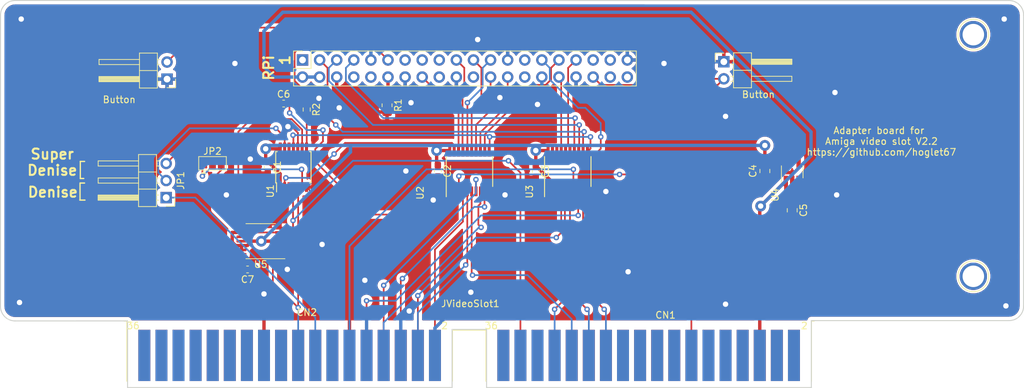
<source format=kicad_pcb>
(kicad_pcb (version 20171130) (host pcbnew 5.1.9-73d0e3b20d~88~ubuntu20.10.1)
  (layers (0 F.Cu signal) (31 B.Cu signal) (34 B.Paste user) (35 F.Paste user) (36 B.SilkS user) (37 F.SilkS user) (38 B.Mask user) (39 F.Mask user) (44 Edge.Cuts user))
  (net 0 "")
  (net 1 GND)
  (net 2 +3V3)
  (net 3 /B0)
  (net 4 /R3)
  (net 5 /R2)
  (net 6 /R1)
  (net 7 /R0)
  (net 8 +5V)
  (net 9 /CDAC)
  (net 10 /CSYNC)
  (net 11 /G3)
  (net 12 /G2)
  (net 13 /G1)
  (net 14 /G0)
  (net 15 /B3)
  (net 16 /B2)
  (net 17 /B1)
  (net 18 "Net-(JRaspberryPiZero1-Pad1)")
  (net 19 /PiCLK)
  (net 20 /PiCSYNC)
  (net 21 /PiR3)
  (net 22 /PiR2)
  (net 23 /PiR1)
  (net 24 "Net-(JRaspberryPiZero1-Pad13)")
  (net 25 /PiR0)
  (net 26 "Net-(JRaspberryPiZero1-Pad17)")
  (net 27 /PiG3)
  (net 28 /PiG2)
  (net 29 /PiG1)
  (net 30 /PiG0)
  (net 31 /PiB3)
  (net 32 /PiB2)
  (net 33 /PiB1)
  (net 34 /PiB0)
  (net 35 "Net-(U4-Pad4)")
  (net 36 "Net-(JRaspberryPiZero1-Pad8)")
  (net 37 "Net-(JRaspberryPiZero1-Pad10)")
  (net 38 "Net-(JRaspberryPiZero1-Pad12)")
  (net 39 "Net-(JRaspberryPiZero1-Pad18)")
  (net 40 "Net-(JRaspberryPiZero1-Pad22)")
  (net 41 "Net-(U1-Pad11)")
  (net 42 "Net-(JRaspberryPiZero1-Pad15)")
  (net 43 "Net-(JRaspberryPiZero1-Pad27)")
  (net 44 "Net-(JRaspberryPiZero1-Pad28)")
  (net 45 "Net-(JRaspberryPiZero1-Pad40)")
  (net 46 "Net-(JRaspberryPiZero1-Pad35)")
  (net 47 "Net-(JRaspberryPiZero1-Pad38)")
  (net 48 "Net-(U3-Pad18)")
  (net 49 "Net-(U3-Pad19)")
  (net 50 "Net-(JButton1-Pad2)")
  (net 51 "Net-(U1-Pad2)")
  (net 52 "Net-(JRaspberryPiZero1-Pad37)")
  (net 53 "Net-(JP1-Pad3)")
  (net 54 "Net-(JP1-Pad2)")
  (net 55 "Net-(U1-Pad3)")
  (net 56 /C1)
  (net 57 /C3)
  (net 58 "Net-(JVideoSlot1-Pad1)")
  (net 59 "Net-(JVideoSlot1-Pad3)")
  (net 60 "Net-(JVideoSlot1-Pad5)")
  (net 61 "Net-(JVideoSlot1-Pad7)")
  (net 62 "Net-(JVideoSlot1-Pad9)")
  (net 63 "Net-(JVideoSlot1-Pad11)")
  (net 64 "Net-(JVideoSlot1-Pad13)")
  (net 65 "Net-(JVideoSlot1-Pad15)")
  (net 66 "Net-(JVideoSlot1-Pad17)")
  (net 67 "Net-(JVideoSlot1-Pad19)")
  (net 68 "Net-(JVideoSlot1-Pad21)")
  (net 69 "Net-(JVideoSlot1-Pad31)")
  (net 70 "Net-(JVideoSlot1-Pad33)")
  (net 71 "Net-(JVideoSlot1-Pad35)")
  (net 72 "Net-(JVideoSlot1-Pad2)")
  (net 73 "Net-(JVideoSlot1-Pad4)")
  (net 74 "Net-(JVideoSlot1-Pad8)")
  (net 75 "Net-(JVideoSlot1-Pad10)")
  (net 76 "Net-(JVideoSlot1-Pad12)")
  (net 77 "Net-(JVideoSlot1-Pad16)")
  (net 78 "Net-(JVideoSlot1-Pad18)")
  (net 79 "Net-(JVideoSlot1-Pad20)")
  (net 80 "Net-(JVideoSlot1-Pad22)")
  (net 81 "Net-(JVideoSlot1-Pad24)")
  (net 82 "Net-(JVideoSlot1-Pad26)")
  (net 83 "Net-(JVideoSlot1-Pad28)")
  (net 84 "Net-(JVideoSlot1-Pad30)")
  (net 85 "Net-(JVideoSlot1-Pad32)")
  (net 86 "Net-(JVideoSlot1-Pad36)")
  (net 87 "Net-(JVideoSlot1-Pad49)")
  (net 88 "Net-(JVideoSlot1-Pad55)")
  (net 89 "Net-(JVideoSlot1-Pad57)")
  (net 90 "Net-(JVideoSlot1-Pad59)")
  (net 91 "Net-(JVideoSlot1-Pad61)")
  (net 92 "Net-(JVideoSlot1-Pad63)")
  (net 93 "Net-(JVideoSlot1-Pad65)")
  (net 94 "Net-(JVideoSlot1-Pad67)")
  (net 95 "Net-(JVideoSlot1-Pad69)")
  (net 96 "Net-(JVideoSlot1-Pad71)")
  (net 97 "Net-(JVideoSlot1-Pad50)")
  (net 98 "Net-(JVideoSlot1-Pad52)")
  (net 99 "Net-(JVideoSlot1-Pad54)")
  (net 100 "Net-(JVideoSlot1-Pad56)")
  (net 101 "Net-(JVideoSlot1-Pad60)")
  (net 102 "Net-(JVideoSlot1-Pad62)")
  (net 103 "Net-(JVideoSlot1-Pad64)")
  (net 104 "Net-(JVideoSlot1-Pad66)")
  (net 105 "Net-(JVideoSlot1-Pad68)")
  (net 106 "Net-(JVideoSlot1-Pad70)")
  (net 107 "Net-(JVideoSlot1-Pad72)")
  (net 108 "Net-(R2-Pad2)")
  (net 109 /OPTCLK)
  (net 110 "Net-(JP2-Pad1)")
  (net 111 "Net-(U5-Pad11)")
  (net 112 "Net-(U5-Pad10)")
  (net 113 "Net-(U5-Pad3)")
  (module Connectors:1pin (layer F.Cu) (at 236.2073 100.50272)
    (fp_text reference REF** hide)
    (fp_text value 1pin hide)
    (pad 1 thru_hole circle (at 0 0) (size 4.064 4.064) (drill 3.2) (layers *.Cu *.Mask))
  )
  (module Connectors:1pin (layer F.Cu) (at 236.2073 64.54648)
    (fp_text reference REF** hide)
    (fp_text value 1pin hide)
    (pad 1 thru_hole circle (at 0 0) (size 4.064 4.064) (drill 3.2) (layers *.Cu *.Mask))
  )
  (module Jumper:SolderJumper-3_P1.3mm_Open_Pad1.0x1.5mm (layer F.Cu) (at 123.1646 83.693)
    (fp_text reference JP2 (at 0 -1.8) (layer F.SilkS))
    (fp_text value Jumper_3_Bridged12)
    (pad 1 smd rect (at -1.3 0) (size 1 1.5) (layers F.Cu F.Mask) (net 110 "Net-(JP2-Pad1)"))
    (pad 2 smd rect (at 0 0) (size 1 1.5) (layers F.Cu F.Mask) (net 53 "Net-(JP1-Pad3)"))
    (pad 3 smd rect (at 1.3 0) (size 1 1.5) (layers F.Cu F.Mask) (net 109 /OPTCLK))
  )
  (module Capacitor_SMD:C_0603_1608Metric_Pad1.08x0.95mm_HandSolder (layer F.Cu) (at 128.3716 99.4791)
    (fp_text reference C7 (at 0 1.4859) (layer F.SilkS))
    (fp_text value 100nF)
    (pad 2 smd roundrect (at 0.8625 0) (size 1.075 0.95) (layers F.Cu F.Paste F.Mask) (net 1 GND))
    (pad 1 smd roundrect (at -0.8625 0) (size 1.075 0.95) (layers F.Cu F.Paste F.Mask) (net 2 +3V3))
  )
  (module Package_SO:TSSOP-14_4.4x5mm_P0.65mm (layer F.Cu) (at 130.3274 95.2754 180)
    (fp_text reference U5 (at 0 -3.45) (layer F.SilkS))
    (fp_text value 74LVC86)
    (pad 14 smd roundrect (at 2.8625 -1.95 180) (size 1.475 0.4) (layers F.Cu F.Paste F.Mask) (net 2 +3V3))
    (pad 13 smd roundrect (at 2.8625 -1.3 180) (size 1.475 0.4) (layers F.Cu F.Paste F.Mask) (net 2 +3V3))
    (pad 12 smd roundrect (at 2.8625 -0.65 180) (size 1.475 0.4) (layers F.Cu F.Paste F.Mask) (net 2 +3V3))
    (pad 11 smd roundrect (at 2.8625 0 180) (size 1.475 0.4) (layers F.Cu F.Paste F.Mask) (net 111 "Net-(U5-Pad11)"))
    (pad 10 smd roundrect (at 2.8625 0.65 180) (size 1.475 0.4) (layers F.Cu F.Paste F.Mask) (net 112 "Net-(U5-Pad10)"))
    (pad 9 smd roundrect (at 2.8625 1.3 180) (size 1.475 0.4) (layers F.Cu F.Paste F.Mask) (net 2 +3V3))
    (pad 8 smd roundrect (at 2.8625 1.95 180) (size 1.475 0.4) (layers F.Cu F.Paste F.Mask) (net 109 /OPTCLK))
    (pad 7 smd roundrect (at -2.8625 1.95 180) (size 1.475 0.4) (layers F.Cu F.Paste F.Mask) (net 1 GND))
    (pad 6 smd roundrect (at -2.8625 1.3 180) (size 1.475 0.4) (layers F.Cu F.Paste F.Mask) (net 112 "Net-(U5-Pad10)"))
    (pad 5 smd roundrect (at -2.8625 0.65 180) (size 1.475 0.4) (layers F.Cu F.Paste F.Mask) (net 113 "Net-(U5-Pad3)"))
    (pad 4 smd roundrect (at -2.8625 0 180) (size 1.475 0.4) (layers F.Cu F.Paste F.Mask) (net 2 +3V3))
    (pad 3 smd roundrect (at -2.8625 -0.65 180) (size 1.475 0.4) (layers F.Cu F.Paste F.Mask) (net 113 "Net-(U5-Pad3)"))
    (pad 2 smd roundrect (at -2.8625 -1.3 180) (size 1.475 0.4) (layers F.Cu F.Paste F.Mask) (net 57 /C3))
    (pad 1 smd roundrect (at -2.8625 -1.95 180) (size 1.475 0.4) (layers F.Cu F.Paste F.Mask) (net 56 /C1))
  )
  (module Capacitor_SMD:C_0603_1608Metric_Pad1.08x0.95mm_HandSolder (layer F.Cu) (at 133.731 74.803 180)
    (fp_text reference C6 (at 0 1.397) (layer F.SilkS))
    (fp_text value NC)
    (pad 2 smd roundrect (at 0.8625 0 180) (size 1.075 0.95) (layers F.Cu F.Paste F.Mask) (net 1 GND))
    (pad 1 smd roundrect (at -0.8625 0 180) (size 1.075 0.95) (layers F.Cu F.Paste F.Mask) (net 19 /PiCLK))
  )
  (module Resistor_SMD:R_0603_1608Metric_Pad0.98x0.95mm_HandSolder (layer F.Cu) (at 137.16 75.692 270)
    (fp_text reference R2 (at 0 -1.43 90) (layer F.SilkS))
    (fp_text value 0R)
    (pad 2 smd roundrect (at 0.9125 0 270) (size 0.975 0.95) (layers F.Cu F.Paste F.Mask) (net 108 "Net-(R2-Pad2)"))
    (pad 1 smd roundrect (at -0.9125 0 270) (size 0.975 0.95) (layers F.Cu F.Paste F.Mask) (net 19 /PiCLK))
  )
  (module amiga-conn:A2000_Video_Slot (layer F.Cu) (at 212.344 116.332)
    (fp_text reference JVideoSlot1 (at -50.87 -11.76) (layer F.SilkS))
    (fp_text value A2000_Video_Slot_Phys)
    (fp_text user CN1 (at -21.87 -10.06) (layer F.SilkS))
    (fp_text user 36 (at -47.75 -8.475) (layer F.SilkS))
    (fp_text user 2 (at -1.25 -8.47) (layer F.SilkS))
    (fp_text user CN2 (at -75.17 -10.46) (layer F.SilkS))
    (fp_text user 2 (at -54.7 -8.475) (layer F.SilkS))
    (fp_text user 36 (at -100.975 -8.475) (layer F.SilkS))
    (pad 1 connect rect (at -2.79 -4.06) (size 1.78 7.62) (layers B.Cu B.Mask) (net 58 "Net-(JVideoSlot1-Pad1)"))
    (pad 3 connect rect (at -5.33 -4.06) (size 1.78 7.62) (layers B.Cu B.Mask) (net 59 "Net-(JVideoSlot1-Pad3)"))
    (pad 5 connect rect (at -7.87 -4.06) (size 1.78 7.62) (layers B.Cu B.Mask) (net 60 "Net-(JVideoSlot1-Pad5)"))
    (pad 7 connect rect (at -10.41 -4.06) (size 1.78 7.62) (layers B.Cu B.Mask) (net 61 "Net-(JVideoSlot1-Pad7)"))
    (pad 9 connect rect (at -12.95 -4.06) (size 1.78 7.62) (layers B.Cu B.Mask) (net 62 "Net-(JVideoSlot1-Pad9)"))
    (pad 11 connect rect (at -15.49 -4.06) (size 1.78 7.62) (layers B.Cu B.Mask) (net 63 "Net-(JVideoSlot1-Pad11)"))
    (pad 13 connect rect (at -18.03 -4.06) (size 1.78 7.62) (layers B.Cu B.Mask) (net 64 "Net-(JVideoSlot1-Pad13)"))
    (pad 15 connect rect (at -20.57 -4.06) (size 1.78 7.62) (layers B.Cu B.Mask) (net 65 "Net-(JVideoSlot1-Pad15)"))
    (pad 17 connect rect (at -23.11 -4.06) (size 1.78 7.62) (layers B.Cu B.Mask) (net 66 "Net-(JVideoSlot1-Pad17)"))
    (pad 19 connect rect (at -25.65 -4.06) (size 1.78 7.62) (layers B.Cu B.Mask) (net 67 "Net-(JVideoSlot1-Pad19)"))
    (pad 21 connect rect (at -28.19 -4.06) (size 1.78 7.62) (layers B.Cu B.Mask) (net 68 "Net-(JVideoSlot1-Pad21)"))
    (pad 23 connect rect (at -30.73 -4.06) (size 1.78 7.62) (layers B.Cu B.Mask) (net 3 /B0))
    (pad 25 connect rect (at -33.27 -4.06) (size 1.78 7.62) (layers B.Cu B.Mask) (net 15 /B3))
    (pad 27 connect rect (at -35.81 -4.06) (size 1.78 7.62) (layers B.Cu B.Mask) (net 11 /G3))
    (pad 29 connect rect (at -38.35 -4.06) (size 1.78 7.62) (layers B.Cu B.Mask) (net 4 /R3))
    (pad 31 connect rect (at -40.89 -4.06) (size 1.78 7.62) (layers B.Cu B.Mask) (net 69 "Net-(JVideoSlot1-Pad31)"))
    (pad 33 connect rect (at -43.43 -4.06) (size 1.78 7.62) (layers B.Cu B.Mask) (net 70 "Net-(JVideoSlot1-Pad33)"))
    (pad 35 connect rect (at -45.97 -4.06) (size 1.78 7.62) (layers B.Cu B.Mask) (net 71 "Net-(JVideoSlot1-Pad35)"))
    (pad 2 connect rect (at -2.79 -4.06) (size 1.78 7.62) (layers F.Cu F.Mask) (net 72 "Net-(JVideoSlot1-Pad2)"))
    (pad 4 connect rect (at -5.33 -4.06) (size 1.78 7.62) (layers F.Cu F.Mask) (net 73 "Net-(JVideoSlot1-Pad4)"))
    (pad 6 connect rect (at -7.87 -4.06) (size 1.78 7.62) (layers F.Cu F.Mask) (net 8 +5V))
    (pad 8 connect rect (at -10.41 -4.06) (size 1.78 7.62) (layers F.Cu F.Mask) (net 74 "Net-(JVideoSlot1-Pad8)"))
    (pad 10 connect rect (at -12.95 -4.06) (size 1.78 7.62) (layers F.Cu F.Mask) (net 75 "Net-(JVideoSlot1-Pad10)"))
    (pad 12 connect rect (at -15.49 -4.06) (size 1.78 7.62) (layers F.Cu F.Mask) (net 76 "Net-(JVideoSlot1-Pad12)"))
    (pad 14 connect rect (at -18.03 -4.06) (size 1.78 7.62) (layers F.Cu F.Mask) (net 10 /CSYNC))
    (pad 16 connect rect (at -20.57 -4.06) (size 1.78 7.62) (layers F.Cu F.Mask) (net 77 "Net-(JVideoSlot1-Pad16)"))
    (pad 18 connect rect (at -23.11 -4.06) (size 1.78 7.62) (layers F.Cu F.Mask) (net 78 "Net-(JVideoSlot1-Pad18)"))
    (pad 20 connect rect (at -25.65 -4.06) (size 1.78 7.62) (layers F.Cu F.Mask) (net 79 "Net-(JVideoSlot1-Pad20)"))
    (pad 22 connect rect (at -28.19 -4.06) (size 1.78 7.62) (layers F.Cu F.Mask) (net 80 "Net-(JVideoSlot1-Pad22)"))
    (pad 24 connect rect (at -30.73 -4.06) (size 1.78 7.62) (layers F.Cu F.Mask) (net 81 "Net-(JVideoSlot1-Pad24)"))
    (pad 26 connect rect (at -33.27 -4.06) (size 1.78 7.62) (layers F.Cu F.Mask) (net 82 "Net-(JVideoSlot1-Pad26)"))
    (pad 28 connect rect (at -35.81 -4.06) (size 1.78 7.62) (layers F.Cu F.Mask) (net 83 "Net-(JVideoSlot1-Pad28)"))
    (pad 30 connect rect (at -38.35 -4.06) (size 1.78 7.62) (layers F.Cu F.Mask) (net 84 "Net-(JVideoSlot1-Pad30)"))
    (pad 32 connect rect (at -40.89 -4.06) (size 1.78 7.62) (layers F.Cu F.Mask) (net 85 "Net-(JVideoSlot1-Pad32)"))
    (pad 34 connect rect (at -43.43 -4.06) (size 1.78 7.62) (layers F.Cu F.Mask) (net 56 /C1))
    (pad 36 connect rect (at -45.97 -4.06) (size 1.78 7.62) (layers F.Cu F.Mask) (net 86 "Net-(JVideoSlot1-Pad36)"))
    (pad 37 connect rect (at -56.13 -4.06) (size 1.78 7.62) (layers B.Cu B.Mask) (net 1 GND))
    (pad 39 connect rect (at -58.67 -4.06) (size 1.78 7.62) (layers B.Cu B.Mask) (net 6 /R1))
    (pad 41 connect rect (at -61.21 -4.06) (size 1.78 7.62) (layers B.Cu B.Mask) (net 1 GND))
    (pad 43 connect rect (at -63.75 -4.06) (size 1.78 7.62) (layers B.Cu B.Mask) (net 13 /G1))
    (pad 45 connect rect (at -66.29 -4.06) (size 1.78 7.62) (layers B.Cu B.Mask) (net 1 GND))
    (pad 47 connect rect (at -68.83 -4.06) (size 1.78 7.62) (layers B.Cu B.Mask) (net 16 /B2))
    (pad 49 connect rect (at -71.37 -4.06) (size 1.78 7.62) (layers B.Cu B.Mask) (net 87 "Net-(JVideoSlot1-Pad49)"))
    (pad 51 connect rect (at -73.91 -4.06) (size 1.78 7.62) (layers B.Cu B.Mask) (net 9 /CDAC))
    (pad 53 connect rect (at -76.45 -4.06) (size 1.78 7.62) (layers B.Cu B.Mask) (net 57 /C3))
    (pad 55 connect rect (at -78.99 -4.06) (size 1.78 7.62) (layers B.Cu B.Mask) (net 88 "Net-(JVideoSlot1-Pad55)"))
    (pad 57 connect rect (at -81.53 -4.06) (size 1.78 7.62) (layers B.Cu B.Mask) (net 89 "Net-(JVideoSlot1-Pad57)"))
    (pad 59 connect rect (at -84.07 -4.06) (size 1.78 7.62) (layers B.Cu B.Mask) (net 90 "Net-(JVideoSlot1-Pad59)"))
    (pad 61 connect rect (at -86.61 -4.06) (size 1.78 7.62) (layers B.Cu B.Mask) (net 91 "Net-(JVideoSlot1-Pad61)"))
    (pad 63 connect rect (at -89.15 -4.06) (size 1.78 7.62) (layers B.Cu B.Mask) (net 92 "Net-(JVideoSlot1-Pad63)"))
    (pad 65 connect rect (at -91.69 -4.06) (size 1.78 7.62) (layers B.Cu B.Mask) (net 93 "Net-(JVideoSlot1-Pad65)"))
    (pad 67 connect rect (at -94.23 -4.06) (size 1.78 7.62) (layers B.Cu B.Mask) (net 94 "Net-(JVideoSlot1-Pad67)"))
    (pad 69 connect rect (at -96.77 -4.06) (size 1.78 7.62) (layers B.Cu B.Mask) (net 95 "Net-(JVideoSlot1-Pad69)"))
    (pad 71 connect rect (at -99.31 -4.06) (size 1.78 7.62) (layers B.Cu B.Mask) (net 96 "Net-(JVideoSlot1-Pad71)"))
    (pad 38 connect rect (at -56.13 -4.06) (size 1.78 7.62) (layers F.Cu F.Mask) (net 7 /R0))
    (pad 40 connect rect (at -58.67 -4.06) (size 1.78 7.62) (layers F.Cu F.Mask) (net 5 /R2))
    (pad 42 connect rect (at -61.21 -4.06) (size 1.78 7.62) (layers F.Cu F.Mask) (net 14 /G0))
    (pad 44 connect rect (at -63.75 -4.06) (size 1.78 7.62) (layers F.Cu F.Mask) (net 12 /G2))
    (pad 46 connect rect (at -66.29 -4.06) (size 1.78 7.62) (layers F.Cu F.Mask) (net 17 /B1))
    (pad 48 connect rect (at -68.83 -4.06) (size 1.78 7.62) (layers F.Cu F.Mask) (net 1 GND))
    (pad 50 connect rect (at -71.37 -4.06) (size 1.78 7.62) (layers F.Cu F.Mask) (net 97 "Net-(JVideoSlot1-Pad50)"))
    (pad 52 connect rect (at -73.91 -4.06) (size 1.78 7.62) (layers F.Cu F.Mask) (net 98 "Net-(JVideoSlot1-Pad52)"))
    (pad 54 connect rect (at -76.45 -4.06) (size 1.78 7.62) (layers F.Cu F.Mask) (net 99 "Net-(JVideoSlot1-Pad54)"))
    (pad 56 connect rect (at -78.99 -4.06) (size 1.78 7.62) (layers F.Cu F.Mask) (net 100 "Net-(JVideoSlot1-Pad56)"))
    (pad 58 connect rect (at -81.53 -4.06) (size 1.78 7.62) (layers F.Cu F.Mask) (net 1 GND))
    (pad 60 connect rect (at -84.07 -4.06) (size 1.78 7.62) (layers F.Cu F.Mask) (net 101 "Net-(JVideoSlot1-Pad60)"))
    (pad 62 connect rect (at -86.61 -4.06) (size 1.78 7.62) (layers F.Cu F.Mask) (net 102 "Net-(JVideoSlot1-Pad62)"))
    (pad 64 connect rect (at -89.15 -4.06) (size 1.78 7.62) (layers F.Cu F.Mask) (net 103 "Net-(JVideoSlot1-Pad64)"))
    (pad 66 connect rect (at -91.69 -4.06) (size 1.78 7.62) (layers F.Cu F.Mask) (net 104 "Net-(JVideoSlot1-Pad66)"))
    (pad 68 connect rect (at -94.23 -4.06) (size 1.78 7.62) (layers F.Cu F.Mask) (net 105 "Net-(JVideoSlot1-Pad68)"))
    (pad 70 connect rect (at -96.77 -4.06) (size 1.78 7.62) (layers F.Cu F.Mask) (net 106 "Net-(JVideoSlot1-Pad70)"))
    (pad 72 connect rect (at -99.31 -4.06) (size 1.78 7.62) (layers F.Cu F.Mask) (net 107 "Net-(JVideoSlot1-Pad72)"))
  )
  (module Capacitor_SMD:C_0805_2012Metric_Pad1.18x1.45mm_HandSolder (layer F.Cu) (at 209.296 90.678 270)
    (fp_text reference C5 (at 0 -1.68 90) (layer F.SilkS))
    (fp_text value 1uF)
    (pad 2 smd roundrect (at 1.0375 0 270) (size 1.175 1.45) (layers F.Cu F.Paste F.Mask) (roundrect_rratio 0.2127659574468085) (net 1 GND))
    (pad 1 smd roundrect (at -1.0375 0 270) (size 1.175 1.45) (layers F.Cu F.Paste F.Mask) (roundrect_rratio 0.2127659574468085) (net 8 +5V))
  )
  (module Resistor_SMD:R_0805_2012Metric_Pad1.20x1.40mm_HandSolder (layer F.Cu) (at 149.098 75.057 270)
    (fp_text reference R1 (at 0 -1.65 90) (layer F.SilkS))
    (fp_text value 3k3)
    (pad 2 smd roundrect (at 1 0 270) (size 1.2 1.4) (layers F.Cu F.Paste F.Mask) (roundrect_rratio 0.2083325) (net 1 GND))
    (pad 1 smd roundrect (at -1 0 270) (size 1.2 1.4) (layers F.Cu F.Paste F.Mask) (roundrect_rratio 0.2083325) (net 38 "Net-(JRaspberryPiZero1-Pad12)"))
  )
  (module Capacitor_SMD:C_0805_2012Metric_Pad1.18x1.45mm_HandSolder (layer F.Cu) (at 205.232 84.836 270)
    (fp_text reference C4 (at 0 1.778 90) (layer F.SilkS))
    (fp_text value 1uF)
    (pad 2 smd roundrect (at 1.0375 0 270) (size 1.175 1.45) (layers F.Cu F.Paste F.Mask) (roundrect_rratio 0.2127659574468085) (net 1 GND))
    (pad 1 smd roundrect (at -1.0375 0 270) (size 1.175 1.45) (layers F.Cu F.Paste F.Mask) (roundrect_rratio 0.2127659574468085) (net 2 +3V3))
  )
  (module Capacitor_SMD:C_0603_1608Metric_Pad1.08x0.95mm_HandSolder (layer F.Cu) (at 171.196 84.9122 270)
    (fp_text reference C3 (at 0 -1.43 90) (layer F.SilkS))
    (fp_text value 100nF)
    (pad 2 smd roundrect (at 0.8625 0 270) (size 1.075 0.95) (layers F.Cu F.Paste F.Mask) (net 1 GND))
    (pad 1 smd roundrect (at -0.8625 0 270) (size 1.075 0.95) (layers F.Cu F.Paste F.Mask) (net 2 +3V3))
  )
  (module Capacitor_SMD:C_0603_1608Metric_Pad1.08x0.95mm_HandSolder (layer F.Cu) (at 156.64434 84.836 270)
    (fp_text reference C2 (at 0 -1.43 90) (layer F.SilkS))
    (fp_text value 100nF)
    (pad 2 smd roundrect (at 0.8625 0 270) (size 1.075 0.95) (layers F.Cu F.Paste F.Mask) (net 1 GND))
    (pad 1 smd roundrect (at -0.8625 0 270) (size 1.075 0.95) (layers F.Cu F.Paste F.Mask) (net 2 +3V3))
  )
  (module Capacitor_SMD:C_0603_1608Metric_Pad1.08x0.95mm_HandSolder (layer F.Cu) (at 131.37134 84.2772 270)
    (fp_text reference C1 (at 0 -1.43 90) (layer F.SilkS))
    (fp_text value 100nF)
    (pad 2 smd roundrect (at 0.8625 0 270) (size 1.075 0.95) (layers F.Cu F.Paste F.Mask) (net 1 GND))
    (pad 1 smd roundrect (at -0.8625 0 270) (size 1.075 0.95) (layers F.Cu F.Paste F.Mask) (net 2 +3V3))
  )
  (module Connector_PinHeader_2.54mm:PinHeader_1x02_P2.54mm_Horizontal (layer F.Cu) (at 199.136 68.58)
    (fp_text reference JButton2 hide)
    (fp_text value Conn_01x02)
    (pad 2 thru_hole oval (at 0 2.54) (size 1.7 1.7) (drill 1) (layers *.Cu *.Mask) (net 50 "Net-(JButton1-Pad2)"))
    (pad 1 thru_hole rect (at 0 0) (size 1.7 1.7) (drill 1) (layers *.Cu *.Mask) (net 1 GND))
  )
  (module Connector_PinHeader_2.54mm:PinHeader_1x02_P2.54mm_Horizontal (layer F.Cu) (at 116.4082 71.16318 180)
    (fp_text reference JButton1 hide)
    (fp_text value Conn_01x02)
    (pad 1 thru_hole rect (at 0 0 180) (size 1.7 1.7) (drill 1) (layers *.Cu *.Mask) (net 1 GND))
    (pad 2 thru_hole oval (at 0 2.54 180) (size 1.7 1.7) (drill 1) (layers *.Cu *.Mask) (net 50 "Net-(JButton1-Pad2)"))
  )
  (module Package_SO:TSSOP-14_4.4x5mm_P0.65mm (layer F.Cu) (at 135.18134 84.2772 90)
    (fp_text reference U1 (at -3.556 -3.429 90) (layer F.SilkS))
    (fp_text value 74LVC86)
    (pad 1 smd rect (at -2.95 -1.95 90) (size 1.45 0.45) (layers F.Cu F.Paste F.Mask) (net 2 +3V3))
    (pad 2 smd rect (at -2.95 -1.3 90) (size 1.45 0.45) (layers F.Cu F.Paste F.Mask) (net 51 "Net-(U1-Pad2)"))
    (pad 3 smd rect (at -2.95 -0.65 90) (size 1.45 0.45) (layers F.Cu F.Paste F.Mask) (net 55 "Net-(U1-Pad3)"))
    (pad 4 smd rect (at -2.95 0 90) (size 1.45 0.45) (layers F.Cu F.Paste F.Mask) (net 56 /C1))
    (pad 5 smd rect (at -2.95 0.65 90) (size 1.45 0.45) (layers F.Cu F.Paste F.Mask) (net 57 /C3))
    (pad 6 smd rect (at -2.95 1.3 90) (size 1.45 0.45) (layers F.Cu F.Paste F.Mask) (net 110 "Net-(JP2-Pad1)"))
    (pad 7 smd rect (at -2.95 1.95 90) (size 1.45 0.45) (layers F.Cu F.Paste F.Mask) (net 1 GND))
    (pad 8 smd rect (at 2.95 1.95 90) (size 1.45 0.45) (layers F.Cu F.Paste F.Mask) (net 108 "Net-(R2-Pad2)"))
    (pad 9 smd rect (at 2.95 1.3 90) (size 1.45 0.45) (layers F.Cu F.Paste F.Mask) (net 55 "Net-(U1-Pad3)"))
    (pad 10 smd rect (at 2.95 0.65 90) (size 1.45 0.45) (layers F.Cu F.Paste F.Mask) (net 1 GND))
    (pad 11 smd rect (at 2.95 0 90) (size 1.45 0.45) (layers F.Cu F.Paste F.Mask) (net 41 "Net-(U1-Pad11)"))
    (pad 12 smd rect (at 2.95 -0.65 90) (size 1.45 0.45) (layers F.Cu F.Paste F.Mask) (net 19 /PiCLK))
    (pad 13 smd rect (at 2.95 -1.3 90) (size 1.45 0.45) (layers F.Cu F.Paste F.Mask) (net 54 "Net-(JP1-Pad2)"))
    (pad 14 smd rect (at 2.95 -1.95 90) (size 1.45 0.45) (layers F.Cu F.Paste F.Mask) (net 2 +3V3))
  )
  (module Package_SO:TSSOP-20_4.4x6.5mm_P0.65mm (layer F.Cu) (at 161.34334 84.9122 90)
    (fp_text reference U2 (at -3.17754 -7.32282 90) (layer F.SilkS))
    (fp_text value 74LVC574)
    (pad 20 smd rect (at 2.95 -2.925 90) (size 1.45 0.45) (layers F.Cu F.Paste F.Mask) (net 2 +3V3))
    (pad 19 smd rect (at 2.95 -2.275 90) (size 1.45 0.45) (layers F.Cu F.Paste F.Mask) (net 51 "Net-(U1-Pad2)"))
    (pad 18 smd rect (at 2.95 -1.625 90) (size 1.45 0.45) (layers F.Cu F.Paste F.Mask) (net 20 /PiCSYNC))
    (pad 17 smd rect (at 2.95 -0.975 90) (size 1.45 0.45) (layers F.Cu F.Paste F.Mask) (net 25 /PiR0))
    (pad 16 smd rect (at 2.95 -0.325 90) (size 1.45 0.45) (layers F.Cu F.Paste F.Mask) (net 23 /PiR1))
    (pad 15 smd rect (at 2.95 0.325 90) (size 1.45 0.45) (layers F.Cu F.Paste F.Mask) (net 27 /PiG3))
    (pad 14 smd rect (at 2.95 0.975 90) (size 1.45 0.45) (layers F.Cu F.Paste F.Mask) (net 28 /PiG2))
    (pad 13 smd rect (at 2.95 1.625 90) (size 1.45 0.45) (layers F.Cu F.Paste F.Mask) (net 29 /PiG1))
    (pad 12 smd rect (at 2.95 2.275 90) (size 1.45 0.45) (layers F.Cu F.Paste F.Mask) (net 30 /PiG0))
    (pad 11 smd rect (at 2.95 2.925 90) (size 1.45 0.45) (layers F.Cu F.Paste F.Mask) (net 41 "Net-(U1-Pad11)"))
    (pad 10 smd rect (at -2.95 2.925 90) (size 1.45 0.45) (layers F.Cu F.Paste F.Mask) (net 1 GND))
    (pad 9 smd rect (at -2.95 2.275 90) (size 1.45 0.45) (layers F.Cu F.Paste F.Mask) (net 14 /G0))
    (pad 8 smd rect (at -2.95 1.625 90) (size 1.45 0.45) (layers F.Cu F.Paste F.Mask) (net 13 /G1))
    (pad 7 smd rect (at -2.95 0.975 90) (size 1.45 0.45) (layers F.Cu F.Paste F.Mask) (net 12 /G2))
    (pad 6 smd rect (at -2.95 0.325 90) (size 1.45 0.45) (layers F.Cu F.Paste F.Mask) (net 11 /G3))
    (pad 5 smd rect (at -2.95 -0.325 90) (size 1.45 0.45) (layers F.Cu F.Paste F.Mask) (net 6 /R1))
    (pad 4 smd rect (at -2.95 -0.975 90) (size 1.45 0.45) (layers F.Cu F.Paste F.Mask) (net 7 /R0))
    (pad 3 smd rect (at -2.95 -1.625 90) (size 1.45 0.45) (layers F.Cu F.Paste F.Mask) (net 10 /CSYNC))
    (pad 2 smd rect (at -2.95 -2.275 90) (size 1.45 0.45) (layers F.Cu F.Paste F.Mask) (net 19 /PiCLK))
    (pad 1 smd rect (at -2.95 -2.925 90) (size 1.45 0.45) (layers F.Cu F.Paste F.Mask) (net 1 GND))
  )
  (module Package_SO:TSSOP-20_4.4x6.5mm_P0.65mm (layer F.Cu) (at 175.94834 84.9122 90)
    (fp_text reference U3 (at -3.00482 -5.68706 90) (layer F.SilkS))
    (fp_text value 74LVC574)
    (pad 1 smd rect (at -2.95 -2.925 90) (size 1.45 0.45) (layers F.Cu F.Paste F.Mask) (net 1 GND))
    (pad 2 smd rect (at -2.95 -2.275 90) (size 1.45 0.45) (layers F.Cu F.Paste F.Mask) (net 2 +3V3))
    (pad 3 smd rect (at -2.95 -1.625 90) (size 1.45 0.45) (layers F.Cu F.Paste F.Mask) (net 2 +3V3))
    (pad 4 smd rect (at -2.95 -0.975 90) (size 1.45 0.45) (layers F.Cu F.Paste F.Mask) (net 5 /R2))
    (pad 5 smd rect (at -2.95 -0.325 90) (size 1.45 0.45) (layers F.Cu F.Paste F.Mask) (net 4 /R3))
    (pad 6 smd rect (at -2.95 0.325 90) (size 1.45 0.45) (layers F.Cu F.Paste F.Mask) (net 15 /B3))
    (pad 7 smd rect (at -2.95 0.975 90) (size 1.45 0.45) (layers F.Cu F.Paste F.Mask) (net 16 /B2))
    (pad 8 smd rect (at -2.95 1.625 90) (size 1.45 0.45) (layers F.Cu F.Paste F.Mask) (net 17 /B1))
    (pad 9 smd rect (at -2.95 2.275 90) (size 1.45 0.45) (layers F.Cu F.Paste F.Mask) (net 3 /B0))
    (pad 10 smd rect (at -2.95 2.925 90) (size 1.45 0.45) (layers F.Cu F.Paste F.Mask) (net 1 GND))
    (pad 11 smd rect (at 2.95 2.925 90) (size 1.45 0.45) (layers F.Cu F.Paste F.Mask) (net 41 "Net-(U1-Pad11)"))
    (pad 12 smd rect (at 2.95 2.275 90) (size 1.45 0.45) (layers F.Cu F.Paste F.Mask) (net 34 /PiB0))
    (pad 13 smd rect (at 2.95 1.625 90) (size 1.45 0.45) (layers F.Cu F.Paste F.Mask) (net 33 /PiB1))
    (pad 14 smd rect (at 2.95 0.975 90) (size 1.45 0.45) (layers F.Cu F.Paste F.Mask) (net 32 /PiB2))
    (pad 15 smd rect (at 2.95 0.325 90) (size 1.45 0.45) (layers F.Cu F.Paste F.Mask) (net 31 /PiB3))
    (pad 16 smd rect (at 2.95 -0.325 90) (size 1.45 0.45) (layers F.Cu F.Paste F.Mask) (net 21 /PiR3))
    (pad 17 smd rect (at 2.95 -0.975 90) (size 1.45 0.45) (layers F.Cu F.Paste F.Mask) (net 22 /PiR2))
    (pad 18 smd rect (at 2.95 -1.625 90) (size 1.45 0.45) (layers F.Cu F.Paste F.Mask) (net 48 "Net-(U3-Pad18)"))
    (pad 19 smd rect (at 2.95 -2.275 90) (size 1.45 0.45) (layers F.Cu F.Paste F.Mask) (net 49 "Net-(U3-Pad19)"))
    (pad 20 smd rect (at 2.95 -2.925 90) (size 1.45 0.45) (layers F.Cu F.Paste F.Mask) (net 2 +3V3))
  )
  (module Package_TO_SOT_SMD:SOT-23-5_HandSoldering (layer F.Cu) (at 209.296 84.963 90)
    (fp_text reference U4 (at -3.429 -2.54 90) (layer F.SilkS))
    (fp_text value TLV74333PDBVR)
    (pad 1 smd rect (at -1.35 -0.95 90) (size 1.56 0.65) (layers F.Cu F.Paste F.Mask) (net 8 +5V))
    (pad 2 smd rect (at -1.35 0 90) (size 1.56 0.65) (layers F.Cu F.Paste F.Mask) (net 1 GND))
    (pad 3 smd rect (at -1.35 0.95 90) (size 1.56 0.65) (layers F.Cu F.Paste F.Mask) (net 8 +5V))
    (pad 4 smd rect (at 1.35 0.95 90) (size 1.56 0.65) (layers F.Cu F.Paste F.Mask) (net 35 "Net-(U4-Pad4)"))
    (pad 5 smd rect (at 1.35 -0.95 90) (size 1.56 0.65) (layers F.Cu F.Paste F.Mask) (net 2 +3V3))
  )
  (module Connector_PinSocket_2.54mm:PinSocket_2x20_P2.54mm_Vertical (layer F.Cu) (at 136.5377 68.31838 90)
    (fp_text reference JRaspberryPiZero1 hide)
    (fp_text value Conn_02x20_Odd_Even)
    (pad 1 thru_hole rect (at 0 0 90) (size 1.7 1.7) (drill 1) (layers *.Cu *.Mask) (net 18 "Net-(JRaspberryPiZero1-Pad1)"))
    (pad 2 thru_hole oval (at -2.54 0 90) (size 1.7 1.7) (drill 1) (layers *.Cu *.Mask) (net 8 +5V))
    (pad 3 thru_hole oval (at 0 2.54 90) (size 1.7 1.7) (drill 1) (layers *.Cu *.Mask) (net 34 /PiB0))
    (pad 4 thru_hole oval (at -2.54 2.54 90) (size 1.7 1.7) (drill 1) (layers *.Cu *.Mask) (net 8 +5V))
    (pad 5 thru_hole oval (at 0 5.08 90) (size 1.7 1.7) (drill 1) (layers *.Cu *.Mask) (net 33 /PiB1))
    (pad 6 thru_hole oval (at -2.54 5.08 90) (size 1.7 1.7) (drill 1) (layers *.Cu *.Mask) (net 1 GND))
    (pad 7 thru_hole oval (at 0 7.62 90) (size 1.7 1.7) (drill 1) (layers *.Cu *.Mask) (net 32 /PiB2))
    (pad 8 thru_hole oval (at -2.54 7.62 90) (size 1.7 1.7) (drill 1) (layers *.Cu *.Mask) (net 36 "Net-(JRaspberryPiZero1-Pad8)"))
    (pad 9 thru_hole oval (at 0 10.16 90) (size 1.7 1.7) (drill 1) (layers *.Cu *.Mask) (net 1 GND))
    (pad 10 thru_hole oval (at -2.54 10.16 90) (size 1.7 1.7) (drill 1) (layers *.Cu *.Mask) (net 37 "Net-(JRaspberryPiZero1-Pad10)"))
    (pad 11 thru_hole oval (at 0 12.7 90) (size 1.7 1.7) (drill 1) (layers *.Cu *.Mask) (net 19 /PiCLK))
    (pad 12 thru_hole oval (at -2.54 12.7 90) (size 1.7 1.7) (drill 1) (layers *.Cu *.Mask) (net 38 "Net-(JRaspberryPiZero1-Pad12)"))
    (pad 13 thru_hole oval (at 0 15.24 90) (size 1.7 1.7) (drill 1) (layers *.Cu *.Mask) (net 24 "Net-(JRaspberryPiZero1-Pad13)"))
    (pad 14 thru_hole oval (at -2.54 15.24 90) (size 1.7 1.7) (drill 1) (layers *.Cu *.Mask) (net 1 GND))
    (pad 15 thru_hole oval (at 0 17.78 90) (size 1.7 1.7) (drill 1) (layers *.Cu *.Mask) (net 42 "Net-(JRaspberryPiZero1-Pad15)"))
    (pad 16 thru_hole oval (at -2.54 17.78 90) (size 1.7 1.7) (drill 1) (layers *.Cu *.Mask) (net 20 /PiCSYNC))
    (pad 17 thru_hole oval (at 0 20.32 90) (size 1.7 1.7) (drill 1) (layers *.Cu *.Mask) (net 26 "Net-(JRaspberryPiZero1-Pad17)"))
    (pad 18 thru_hole oval (at -2.54 20.32 90) (size 1.7 1.7) (drill 1) (layers *.Cu *.Mask) (net 39 "Net-(JRaspberryPiZero1-Pad18)"))
    (pad 19 thru_hole oval (at 0 22.86 90) (size 1.7 1.7) (drill 1) (layers *.Cu *.Mask) (net 25 /PiR0))
    (pad 20 thru_hole oval (at -2.54 22.86 90) (size 1.7 1.7) (drill 1) (layers *.Cu *.Mask) (net 1 GND))
    (pad 21 thru_hole oval (at 0 25.4 90) (size 1.7 1.7) (drill 1) (layers *.Cu *.Mask) (net 27 /PiG3))
    (pad 22 thru_hole oval (at -2.54 25.4 90) (size 1.7 1.7) (drill 1) (layers *.Cu *.Mask) (net 40 "Net-(JRaspberryPiZero1-Pad22)"))
    (pad 23 thru_hole oval (at 0 27.94 90) (size 1.7 1.7) (drill 1) (layers *.Cu *.Mask) (net 23 /PiR1))
    (pad 24 thru_hole oval (at -2.54 27.94 90) (size 1.7 1.7) (drill 1) (layers *.Cu *.Mask) (net 28 /PiG2))
    (pad 25 thru_hole oval (at 0 30.48 90) (size 1.7 1.7) (drill 1) (layers *.Cu *.Mask) (net 1 GND))
    (pad 26 thru_hole oval (at -2.54 30.48 90) (size 1.7 1.7) (drill 1) (layers *.Cu *.Mask) (net 29 /PiG1))
    (pad 27 thru_hole oval (at 0 33.02 90) (size 1.7 1.7) (drill 1) (layers *.Cu *.Mask) (net 43 "Net-(JRaspberryPiZero1-Pad27)"))
    (pad 28 thru_hole oval (at -2.54 33.02 90) (size 1.7 1.7) (drill 1) (layers *.Cu *.Mask) (net 44 "Net-(JRaspberryPiZero1-Pad28)"))
    (pad 29 thru_hole oval (at 0 35.56 90) (size 1.7 1.7) (drill 1) (layers *.Cu *.Mask) (net 31 /PiB3))
    (pad 30 thru_hole oval (at -2.54 35.56 90) (size 1.7 1.7) (drill 1) (layers *.Cu *.Mask) (net 1 GND))
    (pad 31 thru_hole oval (at 0 38.1 90) (size 1.7 1.7) (drill 1) (layers *.Cu *.Mask) (net 30 /PiG0))
    (pad 32 thru_hole oval (at -2.54 38.1 90) (size 1.7 1.7) (drill 1) (layers *.Cu *.Mask) (net 22 /PiR2))
    (pad 33 thru_hole oval (at 0 40.64 90) (size 1.7 1.7) (drill 1) (layers *.Cu *.Mask) (net 21 /PiR3))
    (pad 34 thru_hole oval (at -2.54 40.64 90) (size 1.7 1.7) (drill 1) (layers *.Cu *.Mask) (net 1 GND))
    (pad 35 thru_hole oval (at 0 43.18 90) (size 1.7 1.7) (drill 1) (layers *.Cu *.Mask) (net 46 "Net-(JRaspberryPiZero1-Pad35)"))
    (pad 36 thru_hole oval (at -2.54 43.18 90) (size 1.7 1.7) (drill 1) (layers *.Cu *.Mask) (net 50 "Net-(JButton1-Pad2)"))
    (pad 37 thru_hole oval (at 0 45.72 90) (size 1.7 1.7) (drill 1) (layers *.Cu *.Mask) (net 52 "Net-(JRaspberryPiZero1-Pad37)"))
    (pad 38 thru_hole oval (at -2.54 45.72 90) (size 1.7 1.7) (drill 1) (layers *.Cu *.Mask) (net 47 "Net-(JRaspberryPiZero1-Pad38)"))
    (pad 39 thru_hole oval (at 0 48.26 90) (size 1.7 1.7) (drill 1) (layers *.Cu *.Mask) (net 1 GND))
    (pad 40 thru_hole oval (at -2.54 48.26 90) (size 1.7 1.7) (drill 1) (layers *.Cu *.Mask) (net 45 "Net-(JRaspberryPiZero1-Pad40)"))
  )
  (module Connector_PinHeader_2.54mm:PinHeader_1x03_P2.54mm_Horizontal (layer F.Cu) (at 116.27866 88.79332 180)
    (fp_text reference JP1 (at -2.159 2.54 90) (layer F.SilkS))
    (fp_text value Jumper_3_Bridged12)
    (pad 1 thru_hole rect (at 0 0 180) (size 1.7 1.7) (drill 1) (layers *.Cu *.Mask) (net 9 /CDAC))
    (pad 2 thru_hole oval (at 0 2.54 180) (size 1.7 1.7) (drill 1) (layers *.Cu *.Mask) (net 54 "Net-(JP1-Pad2)"))
    (pad 3 thru_hole oval (at 0 5.08 180) (size 1.7 1.7) (drill 1) (layers *.Cu *.Mask) (net 53 "Net-(JP1-Pad3)"))
  )
  (gr_arc (start 241.5159 104.93248) (end 241.5159 107.09148) (angle -90) (layer Edge.Cuts) (width 0.15))
  (gr_arc (start 93.82252 104.9782) (end 91.66352 104.9782) (angle -90) (layer Edge.Cuts) (width 0.15))
  (gr_arc (start 93.8276 61.62802) (end 93.8276 59.46902) (angle -90) (layer Edge.Cuts) (width 0.15))
  (gr_arc (start 241.52098 61.6331) (end 243.67998 61.6331) (angle -90) (layer Edge.Cuts) (width 0.15))
  (gr_text Button (at 109.29874 74.21626) (layer F.SilkS) (effects (font (size 1 1))))
  (gr_text Button (at 204.27188 73.45426) (layer F.SilkS) (effects (font (size 1 1))))
  (gr_text "Adapter board for \nAmiga video slot V2.2\nhttps://github.com/hoglet67" (at 222.5548 80.42148) (layer F.SilkS) (effects (font (size 1 1))))
  (gr_line (start 163.88588 108.40466) (end 163.88588 117.05082) (layer Edge.Cuts) (width 0.15))
  (gr_line (start 163.88588 117.05082) (end 212.13826 117.05082) (layer Edge.Cuts) (width 0.15))
  (gr_line (start 158.7627 108.40466) (end 163.88588 108.40466) (layer Edge.Cuts) (width 0.15))
  (gr_line (start 243.6749 104.93248) (end 243.67998 61.6331) (layer Edge.Cuts) (width 0.15))
  (gr_line (start 110.54334 117.05082) (end 158.7627 117.05082) (layer Edge.Cuts) (width 0.15))
  (gr_line (start 93.8276 59.46902) (end 241.52098 59.4741) (layer Edge.Cuts) (width 0.15))
  (gr_line (start 158.7627 117.05082) (end 158.7627 108.40466) (layer Edge.Cuts) (width 0.15))
  (gr_line (start 110.54334 117.05082) (end 110.54334 107.13466) (layer Edge.Cuts) (width 0.15))
  (gr_line (start 212.13826 107.09148) (end 212.13826 117.05082) (layer Edge.Cuts) (width 0.15))
  (gr_line (start 110.54334 107.13466) (end 93.82252 107.1372) (layer Edge.Cuts) (width 0.15))
  (gr_line (start 91.66352 104.9782) (end 91.6686 61.62802) (layer Edge.Cuts) (width 0.15))
  (gr_line (start 212.13572 107.09148) (end 241.5159 107.09148) (layer Edge.Cuts) (width 0.15))
  (gr_line (start 103.4796 86.62162) (end 103.4796 89.16162) (layer F.SilkS) (width 0.2))
  (gr_line (start 103.4542 89.16162) (end 104.21366 89.16162) (layer F.SilkS) (width 0.2))
  (gr_line (start 104.1527 86.6267) (end 103.5177 86.6267) (layer F.SilkS) (width 0.2))
  (gr_line (start 103.52278 85.94852) (end 104.03078 85.94852) (layer F.SilkS) (width 0.2))
  (gr_line (start 103.52278 83.40852) (end 103.52278 85.94852) (layer F.SilkS) (width 0.2))
  (gr_line (start 104.15778 83.40852) (end 103.52278 83.40852) (layer F.SilkS) (width 0.2))
  (gr_text "Super\nDenise" (at 99.34956 83.52536) (layer F.SilkS) (effects (font (size 1.5 1.5) (thickness 0.3))))
  (gr_text Denise (at 99.43338 87.98306) (layer F.SilkS) (effects (font (size 1.5 1.5) (thickness 0.3))))
  (gr_text "RPi\n1" (at 132.7277 67.42938 90) (layer F.SilkS) (effects (font (size 1.5 1.5) (thickness 0.3)) (justify right)))
  (segment (start 206.022501 85.082999) (end 205.232 85.8735) (width 0.5) (layer F.Cu) (net 1))
  (segment (start 209.296 85.347998) (end 209.031001 85.082999) (width 0.5) (layer F.Cu) (net 1))
  (segment (start 209.031001 85.082999) (end 206.022501 85.082999) (width 0.5) (layer F.Cu) (net 1))
  (segment (start 209.296 86.313) (end 209.296 85.347998) (width 0.5) (layer F.Cu) (net 1))
  (segment (start 171.196 85.7747) (end 171.196 86.36) (width 0.5) (layer F.Cu) (net 1))
  (segment (start 172.6982 87.8622) (end 172.998331 87.8622) (width 0.5) (layer F.Cu) (net 1))
  (segment (start 171.196 86.36) (end 172.6982 87.8622) (width 0.5) (layer F.Cu) (net 1))
  (via (at 161.544 102.87) (size 1.6) (drill 0.8) (layers F.Cu B.Cu) (net 1))
  (segment (start 156.214 108.2) (end 161.544 102.87) (width 0.5) (layer B.Cu) (net 1))
  (segment (start 156.214 112.272) (end 156.214 108.2) (width 0.5) (layer B.Cu) (net 1))
  (via (at 171.45 74.93) (size 1.6) (drill 0.8) (layers F.Cu B.Cu) (net 1))
  (via (at 152.654 74.676) (size 1.6) (drill 0.8) (layers F.Cu B.Cu) (net 1))
  (via (at 141.986 75.438) (size 1.6) (drill 0.8) (layers F.Cu B.Cu) (net 1))
  (via (at 130.81 103.124) (size 1.6) (drill 0.8) (layers F.Cu B.Cu) (net 1))
  (segment (start 130.814 103.128) (end 130.81 103.124) (width 0.5) (layer F.Cu) (net 1))
  (segment (start 130.814 112.272) (end 130.814 103.128) (width 0.5) (layer F.Cu) (net 1))
  (via (at 145.796 101.092) (size 1.6) (drill 0.8) (layers F.Cu B.Cu) (net 1))
  (segment (start 151.134 106.93) (end 152.4 105.664) (width 0.5) (layer B.Cu) (net 1))
  (via (at 152.4 105.664) (size 1.6) (drill 0.8) (layers F.Cu B.Cu) (net 1))
  (segment (start 151.134 112.272) (end 151.134 106.93) (width 0.5) (layer B.Cu) (net 1))
  (via (at 139.446 95.758) (size 1.6) (drill 0.8) (layers F.Cu B.Cu) (net 1))
  (segment (start 143.514 99.826) (end 139.446 95.758) (width 0.5) (layer F.Cu) (net 1))
  (segment (start 143.514 112.272) (end 143.514 99.826) (width 0.5) (layer F.Cu) (net 1))
  (via (at 134.366 78.232) (size 1.6) (drill 0.8) (layers F.Cu B.Cu) (net 1))
  (segment (start 134.931002 78.232) (end 134.366 78.232) (width 0.25) (layer F.Cu) (net 1))
  (segment (start 135.853001 79.153999) (end 134.931002 78.232) (width 0.25) (layer F.Cu) (net 1))
  (segment (start 135.853001 80.691679) (end 135.853001 79.153999) (width 0.25) (layer F.Cu) (net 1))
  (segment (start 135.83134 80.71334) (end 135.853001 80.691679) (width 0.25) (layer F.Cu) (net 1))
  (segment (start 135.83134 81.3272) (end 135.83134 80.71334) (width 0.25) (layer F.Cu) (net 1))
  (segment (start 139.446 89.54186) (end 137.13134 87.2272) (width 0.25) (layer F.Cu) (net 1))
  (segment (start 139.446 95.758) (end 139.446 89.54186) (width 0.25) (layer F.Cu) (net 1))
  (via (at 128.778 83.058) (size 1.6) (drill 0.8) (layers F.Cu B.Cu) (net 1))
  (via (at 241.046 104.902) (size 1.6) (drill 0.8) (layers F.Cu B.Cu) (net 1))
  (via (at 240.792 62.23) (size 1.6) (drill 0.8) (layers F.Cu B.Cu) (net 1))
  (via (at 94.742 62.23) (size 1.6) (drill 0.8) (layers F.Cu B.Cu) (net 1))
  (via (at 94.488 104.394) (size 1.6) (drill 0.8) (layers F.Cu B.Cu) (net 1))
  (via (at 199.39 104.648) (size 1.6) (drill 0.8) (layers F.Cu B.Cu) (net 1))
  (via (at 199.39 76.708) (size 1.6) (drill 0.8) (layers F.Cu B.Cu) (net 1))
  (via (at 190.246 68.834) (size 1.6) (drill 0.8) (layers F.Cu B.Cu) (net 1))
  (via (at 126.492 68.834) (size 1.6) (drill 0.8) (layers F.Cu B.Cu) (net 1))
  (via (at 125.222 88.392) (size 1.6) (drill 0.8) (layers F.Cu B.Cu) (net 1))
  (via (at 184.912 99.822) (size 1.6) (drill 0.8) (layers F.Cu B.Cu) (net 1))
  (via (at 215.9 88.392) (size 1.6) (drill 0.8) (layers F.Cu B.Cu) (net 1))
  (via (at 215.646 73.152) (size 1.6) (drill 0.8) (layers F.Cu B.Cu) (net 1))
  (via (at 162.56 65.278) (size 1.6) (drill 0.8) (layers F.Cu B.Cu) (net 1))
  (via (at 165.862 73.914) (size 1.6) (drill 0.8) (layers F.Cu B.Cu) (net 1))
  (via (at 166.624 88.392) (size 1.6) (drill 0.8) (layers F.Cu B.Cu) (net 1))
  (via (at 155.956 89.154) (size 1.6) (drill 0.8) (layers F.Cu B.Cu) (net 1))
  (segment (start 164.79814 88.392) (end 164.26834 87.8622) (width 0.25) (layer F.Cu) (net 1))
  (segment (start 166.624 88.392) (end 164.79814 88.392) (width 0.25) (layer F.Cu) (net 1))
  (via (at 151.892 84.836) (size 1.6) (drill 0.8) (layers F.Cu B.Cu) (net 1))
  (segment (start 157.2478 87.8622) (end 155.956 89.154) (width 0.25) (layer F.Cu) (net 1))
  (segment (start 158.41834 87.8622) (end 157.2478 87.8622) (width 0.25) (layer F.Cu) (net 1))
  (via (at 181.61 87.884) (size 1.6) (drill 0.8) (layers F.Cu B.Cu) (net 1))
  (segment (start 178.89514 87.884) (end 178.87334 87.8622) (width 0.25) (layer F.Cu) (net 1))
  (segment (start 181.61 87.884) (end 178.89514 87.884) (width 0.25) (layer F.Cu) (net 1))
  (segment (start 133.1899 93.3254) (end 132.53989 92.67539) (width 0.5) (layer F.Cu) (net 1))
  (via (at 134.2771 99.4664) (size 1.6) (drill 0.8) (layers F.Cu B.Cu) (net 1))
  (via (at 138.9761 74.0156) (size 1.6) (drill 0.8) (layers F.Cu B.Cu) (net 1))
  (segment (start 128.37402 92.67539) (end 132.53989 92.67539) (width 0.5) (layer F.Cu) (net 1))
  (segment (start 125.222 89.52337) (end 128.37402 92.67539) (width 0.5) (layer F.Cu) (net 1))
  (segment (start 125.222 88.392) (end 125.222 89.52337) (width 0.5) (layer F.Cu) (net 1))
  (segment (start 144.996001 101.891999) (end 144.996001 105.079901) (width 0.5) (layer B.Cu) (net 1))
  (segment (start 145.796 101.092) (end 144.996001 101.891999) (width 0.5) (layer B.Cu) (net 1))
  (segment (start 146.054 106.1379) (end 146.054 112.272) (width 0.5) (layer B.Cu) (net 1))
  (segment (start 144.996001 105.079901) (end 146.054 106.1379) (width 0.5) (layer B.Cu) (net 1))
  (segment (start 205.4175 83.613) (end 205.232 83.7985) (width 0.5) (layer F.Cu) (net 2))
  (segment (start 208.346 83.613) (end 205.4175 83.613) (width 0.5) (layer F.Cu) (net 2))
  (segment (start 133.206339 85.249699) (end 133.206339 87.2272) (width 0.5) (layer F.Cu) (net 2))
  (segment (start 131.37134 83.4147) (end 133.206339 85.249699) (width 0.5) (layer F.Cu) (net 2))
  (via (at 205.232 81.026) (size 1.6) (drill 0.8) (layers F.Cu B.Cu) (net 2))
  (segment (start 205.232 83.7985) (end 205.232 81.026) (width 0.5) (layer F.Cu) (net 2))
  (via (at 171.196 81.788) (size 1.6) (drill 0.8) (layers F.Cu B.Cu) (net 2))
  (segment (start 171.958 81.026) (end 171.196 81.788) (width 0.5) (layer B.Cu) (net 2))
  (segment (start 205.232 81.026) (end 171.958 81.026) (width 0.5) (layer B.Cu) (net 2))
  (via (at 156.464 81.788) (size 1.6) (drill 0.8) (layers F.Cu B.Cu) (net 2))
  (segment (start 157.226 81.026) (end 156.464 81.788) (width 0.5) (layer B.Cu) (net 2))
  (segment (start 171.958 81.026) (end 157.226 81.026) (width 0.5) (layer B.Cu) (net 2))
  (via (at 131.064 81.534) (size 1.6) (drill 0.8) (layers F.Cu B.Cu) (net 2))
  (segment (start 131.572 81.026) (end 131.064 81.534) (width 0.5) (layer B.Cu) (net 2))
  (segment (start 132.999539 81.534) (end 133.206339 81.3272) (width 0.5) (layer F.Cu) (net 2))
  (segment (start 131.064 81.534) (end 132.999539 81.534) (width 0.5) (layer F.Cu) (net 2))
  (segment (start 131.064 83.10736) (end 131.37134 83.4147) (width 0.5) (layer F.Cu) (net 2))
  (segment (start 131.064 81.534) (end 131.064 83.10736) (width 0.5) (layer F.Cu) (net 2))
  (segment (start 156.464 83.79316) (end 156.64434 83.9735) (width 0.5) (layer F.Cu) (net 2))
  (segment (start 156.464 81.788) (end 156.464 83.79316) (width 0.5) (layer F.Cu) (net 2))
  (segment (start 158.219139 81.788) (end 158.393339 81.9622) (width 0.5) (layer F.Cu) (net 2))
  (segment (start 156.464 81.788) (end 158.219139 81.788) (width 0.5) (layer F.Cu) (net 2))
  (segment (start 171.196 81.788) (end 171.196 84.0497) (width 0.5) (layer F.Cu) (net 2))
  (segment (start 172.824139 81.788) (end 172.998339 81.9622) (width 0.5) (layer F.Cu) (net 2))
  (segment (start 171.196 81.788) (end 172.824139 81.788) (width 0.5) (layer F.Cu) (net 2))
  (segment (start 171.196 84.0497) (end 173.99 86.8437) (width 0.5) (layer F.Cu) (net 2))
  (segment (start 173.698341 87.837199) (end 173.698341 87.8622) (width 0.5) (layer F.Cu) (net 2))
  (segment (start 173.99 87.54554) (end 173.698341 87.837199) (width 0.5) (layer F.Cu) (net 2))
  (segment (start 173.99 86.8437) (end 173.99 87.54554) (width 0.5) (layer F.Cu) (net 2))
  (segment (start 174.298339 87.837199) (end 174.298339 87.8622) (width 0.5) (layer F.Cu) (net 2))
  (segment (start 173.99 87.52886) (end 174.298339 87.837199) (width 0.5) (layer F.Cu) (net 2))
  (segment (start 173.99 86.8437) (end 173.99 87.52886) (width 0.5) (layer F.Cu) (net 2))
  (segment (start 127.4649 97.2254) (end 127.4649 96.5754) (width 0.5) (layer F.Cu) (net 2))
  (segment (start 127.4649 96.5754) (end 127.4649 95.9254) (width 0.5) (layer F.Cu) (net 2))
  (segment (start 128.330234 95.9254) (end 127.4649 95.9254) (width 0.5) (layer F.Cu) (net 2))
  (segment (start 128.980234 95.2754) (end 128.330234 95.9254) (width 0.5) (layer F.Cu) (net 2))
  (segment (start 127.4649 93.9754) (end 126.0902 93.9754) (width 0.5) (layer F.Cu) (net 2))
  (segment (start 126.599566 95.9254) (end 127.4649 95.9254) (width 0.5) (layer F.Cu) (net 2))
  (segment (start 126.0902 95.416034) (end 126.599566 95.9254) (width 0.5) (layer F.Cu) (net 2))
  (segment (start 126.0902 93.9754) (end 126.0902 95.416034) (width 0.5) (layer F.Cu) (net 2))
  (segment (start 127.4649 99.4349) (end 127.5091 99.4791) (width 0.5) (layer F.Cu) (net 2))
  (segment (start 127.4649 97.2254) (end 127.4649 99.4349) (width 0.5) (layer F.Cu) (net 2))
  (segment (start 157.226 81.026) (end 143.6624 81.026) (width 0.5) (layer B.Cu) (net 2))
  (segment (start 143.6624 81.026) (end 131.572 81.026) (width 0.5) (layer B.Cu) (net 2))
  (segment (start 143.6624 82.0166) (end 130.4036 95.2754) (width 0.5) (layer B.Cu) (net 2))
  (segment (start 143.6624 81.026) (end 143.6624 82.0166) (width 0.5) (layer B.Cu) (net 2))
  (via (at 130.4036 95.2754) (size 1.6) (drill 0.8) (layers F.Cu B.Cu) (net 2))
  (segment (start 130.4036 95.2754) (end 128.980234 95.2754) (width 0.5) (layer F.Cu) (net 2))
  (segment (start 133.1899 95.2754) (end 130.4036 95.2754) (width 0.5) (layer F.Cu) (net 2))
  (via (at 181.356 105.41) (size 0.8) (drill 0.4) (layers F.Cu B.Cu) (net 3))
  (segment (start 181.614 105.668) (end 181.356 105.41) (width 0.25) (layer B.Cu) (net 3))
  (segment (start 181.614 112.272) (end 181.614 105.668) (width 0.25) (layer B.Cu) (net 3))
  (segment (start 178.22334 102.27734) (end 178.22334 87.8622) (width 0.25) (layer F.Cu) (net 3))
  (segment (start 181.356 105.41) (end 178.22334 102.27734) (width 0.25) (layer F.Cu) (net 3))
  (via (at 173.99 105.41) (size 0.8) (drill 0.4) (layers F.Cu B.Cu) (net 4))
  (segment (start 173.994 105.414) (end 173.99 105.41) (width 0.25) (layer B.Cu) (net 4))
  (segment (start 173.994 112.272) (end 173.994 105.414) (width 0.25) (layer B.Cu) (net 4))
  (segment (start 175.523341 87.962199) (end 175.62334 87.8622) (width 0.25) (layer F.Cu) (net 4))
  (segment (start 175.523341 103.876659) (end 175.523341 87.962199) (width 0.25) (layer F.Cu) (net 4))
  (segment (start 173.99 105.41) (end 175.523341 103.876659) (width 0.25) (layer F.Cu) (net 4))
  (segment (start 153.674 103.382) (end 153.67 103.378) (width 0.25) (layer F.Cu) (net 5))
  (via (at 153.67 103.378) (size 0.8) (drill 0.4) (layers F.Cu B.Cu) (net 5))
  (segment (start 153.674 112.272) (end 153.674 103.382) (width 0.25) (layer F.Cu) (net 5))
  (via (at 174.244 94.742) (size 0.8) (drill 0.4) (layers F.Cu B.Cu) (net 5))
  (segment (start 162.306 94.742) (end 174.244 94.742) (width 0.25) (layer B.Cu) (net 5))
  (segment (start 153.67 103.378) (end 162.306 94.742) (width 0.25) (layer B.Cu) (net 5))
  (segment (start 174.97334 94.01266) (end 174.244 94.742) (width 0.25) (layer F.Cu) (net 5))
  (segment (start 174.97334 87.8622) (end 174.97334 94.01266) (width 0.25) (layer F.Cu) (net 5))
  (via (at 160.782 98.806) (size 0.8) (drill 0.4) (layers F.Cu B.Cu) (net 6))
  (segment (start 153.674 105.914) (end 160.782 98.806) (width 0.25) (layer B.Cu) (net 6))
  (segment (start 153.674 112.272) (end 153.674 105.914) (width 0.25) (layer B.Cu) (net 6))
  (segment (start 161.01834 98.56966) (end 161.01834 87.8622) (width 0.25) (layer F.Cu) (net 6))
  (segment (start 160.782 98.806) (end 161.01834 98.56966) (width 0.25) (layer F.Cu) (net 6))
  (segment (start 156.214 112.272) (end 156.214 96.516) (width 0.25) (layer F.Cu) (net 7))
  (segment (start 160.36834 92.36166) (end 160.36834 87.8622) (width 0.25) (layer F.Cu) (net 7))
  (segment (start 156.214 96.516) (end 160.36834 92.36166) (width 0.25) (layer F.Cu) (net 7))
  (segment (start 204.474 90.185) (end 204.474 90.185) (width 0.5) (layer F.Cu) (net 8))
  (segment (start 204.474 112.272) (end 204.474 90.185) (width 0.5) (layer F.Cu) (net 8))
  (segment (start 208.346 88.6905) (end 209.296 89.6405) (width 0.5) (layer F.Cu) (net 8))
  (segment (start 208.346 86.313) (end 208.346 88.6905) (width 0.5) (layer F.Cu) (net 8))
  (segment (start 210.246 88.6905) (end 209.296 89.6405) (width 0.5) (layer F.Cu) (net 8))
  (segment (start 210.246 86.313) (end 210.246 88.6905) (width 0.5) (layer F.Cu) (net 8))
  (segment (start 204.474 90.185) (end 204.6065 90.0525) (width 0.5) (layer F.Cu) (net 8))
  (segment (start 139.0777 70.85838) (end 136.5377 70.85838) (width 0.5) (layer B.Cu) (net 8))
  (segment (start 204.6065 90.0525) (end 208.346 86.313) (width 0.5) (layer F.Cu) (net 8))
  (via (at 204.6065 90.0525) (size 1.6) (drill 0.8) (layers F.Cu B.Cu) (net 8))
  (segment (start 204.6065 90.0525) (end 212.09 82.569) (width 0.5) (layer B.Cu) (net 8))
  (segment (start 212.09 79.023998) (end 194.280002 61.214) (width 0.5) (layer B.Cu) (net 8))
  (segment (start 212.09 82.569) (end 212.09 79.023998) (width 0.5) (layer B.Cu) (net 8))
  (segment (start 194.280002 61.214) (end 133.604 61.214) (width 0.5) (layer B.Cu) (net 8))
  (segment (start 133.604 61.214) (end 130.81 64.008) (width 0.5) (layer B.Cu) (net 8))
  (segment (start 130.81 64.008) (end 130.81 69.342) (width 0.5) (layer B.Cu) (net 8))
  (segment (start 132.32638 70.85838) (end 136.5377 70.85838) (width 0.5) (layer B.Cu) (net 8))
  (segment (start 130.81 69.342) (end 132.32638 70.85838) (width 0.5) (layer B.Cu) (net 8))
  (segment (start 120.600322 88.79332) (end 116.27866 88.79332) (width 0.25) (layer B.Cu) (net 9))
  (segment (start 138.434 106.626998) (end 120.600322 88.79332) (width 0.25) (layer B.Cu) (net 9))
  (segment (start 138.434 112.272) (end 138.434 106.626998) (width 0.25) (layer B.Cu) (net 9))
  (segment (start 194.314 112.272) (end 194.314 95) (width 0.25) (layer F.Cu) (net 10))
  (via (at 183.642 85.344) (size 0.8) (drill 0.4) (layers F.Cu B.Cu) (net 10))
  (segment (start 184.658 85.344) (end 183.642 85.344) (width 0.25) (layer F.Cu) (net 10))
  (segment (start 194.314 95) (end 184.658 85.344) (width 0.25) (layer F.Cu) (net 10))
  (via (at 159.766 85.598) (size 0.8) (drill 0.4) (layers F.Cu B.Cu) (net 10))
  (segment (start 160.02 85.344) (end 159.766 85.598) (width 0.25) (layer B.Cu) (net 10))
  (segment (start 183.642 85.344) (end 160.02 85.344) (width 0.25) (layer B.Cu) (net 10))
  (segment (start 159.766 87.81454) (end 159.71834 87.8622) (width 0.25) (layer F.Cu) (net 10))
  (segment (start 159.766 85.598) (end 159.766 87.81454) (width 0.25) (layer F.Cu) (net 10))
  (via (at 161.798 100.33) (size 0.8) (drill 0.4) (layers F.Cu B.Cu) (net 11))
  (segment (start 169.983002 100.33) (end 161.798 100.33) (width 0.25) (layer B.Cu) (net 11))
  (segment (start 176.534 106.880998) (end 169.983002 100.33) (width 0.25) (layer B.Cu) (net 11))
  (segment (start 176.534 112.272) (end 176.534 106.880998) (width 0.25) (layer B.Cu) (net 11))
  (segment (start 161.66834 100.20034) (end 161.798 100.33) (width 0.25) (layer F.Cu) (net 11))
  (segment (start 161.66834 87.8622) (end 161.66834 100.20034) (width 0.25) (layer F.Cu) (net 11))
  (via (at 148.59 101.854) (size 0.8) (drill 0.4) (layers F.Cu B.Cu) (net 12))
  (segment (start 148.594 101.858) (end 148.59 101.854) (width 0.25) (layer F.Cu) (net 12))
  (segment (start 148.594 112.272) (end 148.594 101.858) (width 0.25) (layer F.Cu) (net 12))
  (via (at 162.306 86.106) (size 0.8) (drill 0.4) (layers F.Cu B.Cu) (net 12))
  (segment (start 162.306 88.138) (end 162.306 86.106) (width 0.25) (layer B.Cu) (net 12))
  (segment (start 148.59 101.854) (end 162.306 88.138) (width 0.25) (layer B.Cu) (net 12))
  (segment (start 162.306 87.84986) (end 162.31834 87.8622) (width 0.25) (layer F.Cu) (net 12))
  (segment (start 162.306 86.106) (end 162.306 87.84986) (width 0.25) (layer F.Cu) (net 12))
  (via (at 163.068 93.218) (size 0.8) (drill 0.4) (layers F.Cu B.Cu) (net 13))
  (segment (start 162.756998 93.218) (end 163.068 93.218) (width 0.25) (layer B.Cu) (net 13))
  (segment (start 148.594 107.380998) (end 162.756998 93.218) (width 0.25) (layer B.Cu) (net 13))
  (segment (start 148.594 112.272) (end 148.594 107.380998) (width 0.25) (layer B.Cu) (net 13))
  (segment (start 162.668001 92.818001) (end 163.068 93.218) (width 0.25) (layer F.Cu) (net 13))
  (segment (start 162.668001 90.004997) (end 162.668001 92.818001) (width 0.25) (layer F.Cu) (net 13))
  (segment (start 162.96834 89.704658) (end 162.668001 90.004997) (width 0.25) (layer F.Cu) (net 13))
  (segment (start 162.96834 87.8622) (end 162.96834 89.704658) (width 0.25) (layer F.Cu) (net 13))
  (via (at 151.384 100.838) (size 0.8) (drill 0.4) (layers F.Cu B.Cu) (net 14))
  (segment (start 151.134 101.088) (end 151.384 100.838) (width 0.25) (layer F.Cu) (net 14))
  (segment (start 151.134 112.272) (end 151.134 101.088) (width 0.25) (layer F.Cu) (net 14))
  (via (at 163.576 90.17) (size 0.8) (drill 0.4) (layers F.Cu B.Cu) (net 14))
  (segment (start 162.052 90.17) (end 163.576 90.17) (width 0.25) (layer B.Cu) (net 14))
  (segment (start 151.384 100.838) (end 162.052 90.17) (width 0.25) (layer B.Cu) (net 14))
  (segment (start 163.576 87.90454) (end 163.61834 87.8622) (width 0.25) (layer F.Cu) (net 14))
  (segment (start 163.576 90.17) (end 163.576 87.90454) (width 0.25) (layer F.Cu) (net 14))
  (segment (start 179.074 105.668) (end 178.816 105.41) (width 0.25) (layer B.Cu) (net 15))
  (via (at 178.816 105.41) (size 0.8) (drill 0.4) (layers F.Cu B.Cu) (net 15))
  (segment (start 179.074 112.272) (end 179.074 105.668) (width 0.25) (layer B.Cu) (net 15))
  (segment (start 176.27334 102.86734) (end 176.27334 87.8622) (width 0.25) (layer F.Cu) (net 15))
  (segment (start 178.816 105.41) (end 176.27334 102.86734) (width 0.25) (layer F.Cu) (net 15))
  (segment (start 143.514 112.272) (end 143.514 96.008) (width 0.25) (layer B.Cu) (net 16))
  (via (at 176.784 84.582) (size 0.8) (drill 0.4) (layers F.Cu B.Cu) (net 16))
  (segment (start 154.94 84.582) (end 176.784 84.582) (width 0.25) (layer B.Cu) (net 16))
  (segment (start 143.514 96.008) (end 154.94 84.582) (width 0.25) (layer B.Cu) (net 16))
  (segment (start 176.92334 87.00734) (end 176.92334 87.8622) (width 0.25) (layer F.Cu) (net 16))
  (segment (start 176.784 86.868) (end 176.92334 87.00734) (width 0.25) (layer F.Cu) (net 16))
  (segment (start 176.784 84.582) (end 176.784 86.868) (width 0.25) (layer F.Cu) (net 16))
  (via (at 146.05 104.14) (size 0.8) (drill 0.4) (layers F.Cu B.Cu) (net 17))
  (segment (start 146.054 104.144) (end 146.05 104.14) (width 0.25) (layer F.Cu) (net 17))
  (segment (start 146.054 112.272) (end 146.054 104.144) (width 0.25) (layer F.Cu) (net 17))
  (segment (start 146.05 104.14) (end 150.368 104.14) (width 0.25) (layer B.Cu) (net 17))
  (segment (start 150.368 104.14) (end 163.068 91.44) (width 0.25) (layer B.Cu) (net 17))
  (via (at 177.49834 91.44) (size 0.8) (drill 0.4) (layers F.Cu B.Cu) (net 17))
  (segment (start 163.068 91.44) (end 177.49834 91.44) (width 0.25) (layer B.Cu) (net 17))
  (segment (start 177.49834 87.9372) (end 177.57334 87.8622) (width 0.25) (layer F.Cu) (net 17))
  (segment (start 177.49834 91.44) (end 177.49834 87.9372) (width 0.25) (layer F.Cu) (net 17))
  (segment (start 146.45132 65.532) (end 149.2377 68.31838) (width 0.25) (layer F.Cu) (net 19))
  (segment (start 137.039078 65.532) (end 146.45132 65.532) (width 0.25) (layer F.Cu) (net 19))
  (segment (start 135.362699 67.208379) (end 137.039078 65.532) (width 0.25) (layer F.Cu) (net 19))
  (segment (start 135.362699 71.422381) (end 135.362699 67.208379) (width 0.25) (layer F.Cu) (net 19))
  (segment (start 137.16 73.219682) (end 135.362699 71.422381) (width 0.25) (layer F.Cu) (net 19))
  (segment (start 137.16 74.7795) (end 137.16 73.219682) (width 0.25) (layer F.Cu) (net 19))
  (segment (start 134.617 74.7795) (end 134.5935 74.803) (width 0.25) (layer F.Cu) (net 19))
  (segment (start 137.16 74.7795) (end 134.617 74.7795) (width 0.25) (layer F.Cu) (net 19))
  (via (at 134.62 76.2) (size 0.8) (drill 0.4) (layers F.Cu B.Cu) (net 19))
  (segment (start 134.5935 76.1735) (end 134.62 76.2) (width 0.25) (layer F.Cu) (net 19))
  (segment (start 134.5935 74.803) (end 134.5935 76.1735) (width 0.25) (layer F.Cu) (net 19))
  (via (at 139.573 78.74) (size 0.8) (drill 0.4) (layers F.Cu B.Cu) (net 19))
  (segment (start 137.16 78.74) (end 139.573 78.74) (width 0.25) (layer B.Cu) (net 19))
  (segment (start 134.62 76.2) (end 137.16 78.74) (width 0.25) (layer B.Cu) (net 19))
  (segment (start 139.573 80.420542) (end 138.43 81.563542) (width 0.25) (layer F.Cu) (net 19))
  (segment (start 139.573 78.74) (end 139.573 80.420542) (width 0.25) (layer F.Cu) (net 19))
  (segment (start 138.43 81.563542) (end 138.43 83.439) (width 0.25) (layer F.Cu) (net 19))
  (segment (start 134.53134 82.58834) (end 134.53134 81.3272) (width 0.25) (layer F.Cu) (net 19))
  (segment (start 135.382 83.439) (end 134.53134 82.58834) (width 0.25) (layer F.Cu) (net 19))
  (segment (start 138.43 83.439) (end 135.382 83.439) (width 0.25) (layer F.Cu) (net 19))
  (segment (start 159.06834 88.8372) (end 156.59254 91.313) (width 0.25) (layer F.Cu) (net 19))
  (segment (start 159.06834 87.8622) (end 159.06834 88.8372) (width 0.25) (layer F.Cu) (net 19))
  (segment (start 146.304 91.313) (end 138.43 83.439) (width 0.25) (layer F.Cu) (net 19))
  (segment (start 156.59254 91.313) (end 146.304 91.313) (width 0.25) (layer F.Cu) (net 19))
  (segment (start 159.71834 76.25902) (end 154.3177 70.85838) (width 0.25) (layer F.Cu) (net 20))
  (segment (start 159.71834 81.9622) (end 159.71834 76.25902) (width 0.25) (layer F.Cu) (net 20))
  (segment (start 175.62334 81.17066) (end 175.62334 81.9622) (width 0.25) (layer F.Cu) (net 21))
  (segment (start 176.002699 80.791301) (end 175.62334 81.17066) (width 0.25) (layer F.Cu) (net 21))
  (segment (start 176.002699 69.493381) (end 176.002699 80.791301) (width 0.25) (layer F.Cu) (net 21))
  (segment (start 177.1777 68.31838) (end 176.002699 69.493381) (width 0.25) (layer F.Cu) (net 21))
  (segment (start 174.97334 71.19402) (end 174.6377 70.85838) (width 0.25) (layer F.Cu) (net 22))
  (segment (start 174.97334 81.9622) (end 174.97334 71.19402) (width 0.25) (layer F.Cu) (net 22))
  (via (at 161.036 74.676) (size 0.8) (drill 0.4) (layers F.Cu B.Cu) (net 23))
  (segment (start 163.302699 69.493381) (end 163.302699 72.409301) (width 0.25) (layer B.Cu) (net 23))
  (segment (start 163.302699 72.409301) (end 161.036 74.676) (width 0.25) (layer B.Cu) (net 23))
  (segment (start 164.4777 68.31838) (end 163.302699 69.493381) (width 0.25) (layer B.Cu) (net 23))
  (segment (start 161.036 81.94454) (end 161.01834 81.9622) (width 0.25) (layer F.Cu) (net 23))
  (segment (start 161.036 74.676) (end 161.036 81.94454) (width 0.25) (layer F.Cu) (net 23))
  (segment (start 160.572701 69.493381) (end 160.572701 73.107299) (width 0.25) (layer F.Cu) (net 25))
  (segment (start 159.3977 68.31838) (end 160.572701 69.493381) (width 0.25) (layer F.Cu) (net 25))
  (segment (start 160.310999 81.904859) (end 160.36834 81.9622) (width 0.25) (layer F.Cu) (net 25))
  (segment (start 160.310999 73.369001) (end 160.310999 81.904859) (width 0.25) (layer F.Cu) (net 25))
  (segment (start 160.572701 73.107299) (end 160.310999 73.369001) (width 0.25) (layer F.Cu) (net 25))
  (segment (start 163.112701 69.493381) (end 163.112701 74.631299) (width 0.25) (layer F.Cu) (net 27))
  (segment (start 161.9377 68.31838) (end 163.112701 69.493381) (width 0.25) (layer F.Cu) (net 27))
  (segment (start 161.66834 76.07566) (end 161.66834 81.9622) (width 0.25) (layer F.Cu) (net 27))
  (segment (start 163.112701 74.631299) (end 161.66834 76.07566) (width 0.25) (layer F.Cu) (net 27))
  (segment (start 164.4777 70.85838) (end 164.4777 75.8063) (width 0.25) (layer F.Cu) (net 28))
  (segment (start 162.31834 77.96566) (end 162.31834 81.9622) (width 0.25) (layer F.Cu) (net 28))
  (segment (start 164.4777 75.8063) (end 162.31834 77.96566) (width 0.25) (layer F.Cu) (net 28))
  (segment (start 167.0177 70.85838) (end 167.0177 75.0443) (width 0.25) (layer F.Cu) (net 29))
  (segment (start 162.96834 79.09366) (end 162.96834 81.9622) (width 0.25) (layer F.Cu) (net 29))
  (segment (start 167.0177 75.0443) (end 162.96834 79.09366) (width 0.25) (layer F.Cu) (net 29))
  (segment (start 173.462699 69.493381) (end 174.6377 68.31838) (width 0.25) (layer F.Cu) (net 30))
  (segment (start 173.462699 71.232383) (end 173.462699 69.493381) (width 0.25) (layer F.Cu) (net 30))
  (segment (start 172.661701 72.033381) (end 173.462699 71.232383) (width 0.25) (layer F.Cu) (net 30))
  (segment (start 170.987617 72.033381) (end 172.661701 72.033381) (width 0.25) (layer F.Cu) (net 30))
  (segment (start 163.612999 79.407999) (end 170.987617 72.033381) (width 0.25) (layer F.Cu) (net 30))
  (segment (start 163.612999 80.104001) (end 163.612999 79.407999) (width 0.25) (layer F.Cu) (net 30))
  (segment (start 163.61834 80.109342) (end 163.612999 80.104001) (width 0.25) (layer F.Cu) (net 30))
  (segment (start 163.61834 81.9622) (end 163.61834 80.109342) (width 0.25) (layer F.Cu) (net 30))
  (segment (start 173.272701 71.232383) (end 177.478318 75.438) (width 0.25) (layer B.Cu) (net 31))
  (segment (start 173.272701 69.493381) (end 173.272701 71.232383) (width 0.25) (layer B.Cu) (net 31))
  (segment (start 172.0977 68.31838) (end 173.272701 69.493381) (width 0.25) (layer B.Cu) (net 31))
  (segment (start 177.478318 75.438) (end 178.562 75.438) (width 0.25) (layer B.Cu) (net 31))
  (via (at 180.848 79.756) (size 0.8) (drill 0.4) (layers F.Cu B.Cu) (net 31))
  (segment (start 180.848 77.724) (end 180.848 79.756) (width 0.25) (layer B.Cu) (net 31))
  (segment (start 178.562 75.438) (end 180.848 77.724) (width 0.25) (layer B.Cu) (net 31))
  (segment (start 176.27334 82.9372) (end 176.27334 81.9622) (width 0.25) (layer F.Cu) (net 31))
  (segment (start 180.848 81.522542) (end 179.358341 83.012201) (width 0.25) (layer F.Cu) (net 31))
  (segment (start 176.348341 83.012201) (end 176.27334 82.9372) (width 0.25) (layer F.Cu) (net 31))
  (segment (start 179.358341 83.012201) (end 176.348341 83.012201) (width 0.25) (layer F.Cu) (net 31))
  (segment (start 180.848 79.756) (end 180.848 81.522542) (width 0.25) (layer F.Cu) (net 31))
  (segment (start 148.522318 76.962) (end 177.038 76.962) (width 0.25) (layer B.Cu) (net 32))
  (segment (start 142.982699 71.422381) (end 148.522318 76.962) (width 0.25) (layer B.Cu) (net 32))
  (via (at 177.038 76.962) (size 0.8) (drill 0.4) (layers F.Cu B.Cu) (net 32))
  (segment (start 142.982699 69.493381) (end 142.982699 71.422381) (width 0.25) (layer B.Cu) (net 32))
  (segment (start 144.1577 68.31838) (end 142.982699 69.493381) (width 0.25) (layer B.Cu) (net 32))
  (segment (start 176.92334 77.07666) (end 176.92334 81.9622) (width 0.25) (layer F.Cu) (net 32))
  (segment (start 177.038 76.962) (end 176.92334 77.07666) (width 0.25) (layer F.Cu) (net 32))
  (via (at 177.64834 77.978) (size 0.8) (drill 0.4) (layers F.Cu B.Cu) (net 33))
  (segment (start 146.998318 77.978) (end 177.64834 77.978) (width 0.25) (layer B.Cu) (net 33))
  (segment (start 140.442699 71.422381) (end 146.998318 77.978) (width 0.25) (layer B.Cu) (net 33))
  (segment (start 140.442699 69.493381) (end 140.442699 71.422381) (width 0.25) (layer B.Cu) (net 33))
  (segment (start 141.6177 68.31838) (end 140.442699 69.493381) (width 0.25) (layer B.Cu) (net 33))
  (segment (start 177.64834 81.8872) (end 177.57334 81.9622) (width 0.25) (layer F.Cu) (net 33))
  (segment (start 177.64834 77.978) (end 177.64834 81.8872) (width 0.25) (layer F.Cu) (net 33))
  (via (at 141.478 77.978) (size 0.8) (drill 0.4) (layers F.Cu B.Cu) (net 34))
  (segment (start 140.252701 76.752701) (end 141.478 77.978) (width 0.25) (layer F.Cu) (net 34))
  (segment (start 140.252701 69.493381) (end 140.252701 76.752701) (width 0.25) (layer F.Cu) (net 34))
  (segment (start 139.0777 68.31838) (end 140.252701 69.493381) (width 0.25) (layer F.Cu) (net 34))
  (via (at 178.37334 78.994) (size 0.8) (drill 0.4) (layers F.Cu B.Cu) (net 34))
  (segment (start 142.494 78.994) (end 178.37334 78.994) (width 0.25) (layer B.Cu) (net 34))
  (segment (start 141.478 77.978) (end 142.494 78.994) (width 0.25) (layer B.Cu) (net 34))
  (segment (start 178.22334 79.144) (end 178.22334 81.9622) (width 0.25) (layer F.Cu) (net 34))
  (segment (start 178.37334 78.994) (end 178.22334 79.144) (width 0.25) (layer F.Cu) (net 34))
  (segment (start 149.2377 73.9173) (end 149.098 74.057) (width 0.5) (layer F.Cu) (net 38))
  (segment (start 149.2377 70.85838) (end 149.2377 73.9173) (width 0.5) (layer F.Cu) (net 38))
  (via (at 135.128 79.502) (size 0.8) (drill 0.4) (layers F.Cu B.Cu) (net 41))
  (segment (start 135.18134 79.55534) (end 135.128 79.502) (width 0.25) (layer F.Cu) (net 41))
  (segment (start 135.18134 81.3272) (end 135.18134 79.55534) (width 0.25) (layer F.Cu) (net 41))
  (via (at 164.338 79.756) (size 0.8) (drill 0.4) (layers F.Cu B.Cu) (net 41))
  (segment (start 164.084 79.502) (end 164.338 79.756) (width 0.25) (layer B.Cu) (net 41))
  (segment (start 135.128 79.502) (end 164.084 79.502) (width 0.25) (layer B.Cu) (net 41))
  (segment (start 164.338 81.89254) (end 164.26834 81.9622) (width 0.25) (layer F.Cu) (net 41))
  (segment (start 164.338 79.756) (end 164.338 81.89254) (width 0.25) (layer F.Cu) (net 41))
  (via (at 179.324 79.756) (size 0.8) (drill 0.4) (layers F.Cu B.Cu) (net 41))
  (segment (start 164.338 79.756) (end 179.324 79.756) (width 0.25) (layer B.Cu) (net 41))
  (segment (start 179.324 81.51154) (end 178.87334 81.9622) (width 0.25) (layer F.Cu) (net 41))
  (segment (start 179.324 79.756) (end 179.324 81.51154) (width 0.25) (layer F.Cu) (net 41))
  (segment (start 180.892701 72.033381) (end 179.7177 70.85838) (width 0.25) (layer F.Cu) (net 50))
  (segment (start 198.222619 72.033381) (end 180.892701 72.033381) (width 0.25) (layer F.Cu) (net 50))
  (segment (start 199.136 71.12) (end 198.222619 72.033381) (width 0.25) (layer F.Cu) (net 50))
  (segment (start 199.136 71.12) (end 197.104 71.12) (width 0.25) (layer F.Cu) (net 50))
  (segment (start 197.104 71.12) (end 189.484 63.5) (width 0.25) (layer F.Cu) (net 50))
  (segment (start 121.53138 63.5) (end 116.4082 68.62318) (width 0.25) (layer F.Cu) (net 50))
  (segment (start 189.484 63.5) (end 121.53138 63.5) (width 0.25) (layer F.Cu) (net 50))
  (via (at 141.224 82.296) (size 0.8) (drill 0.4) (layers F.Cu B.Cu) (net 51))
  (segment (start 142.857001 80.662999) (end 141.224 82.296) (width 0.25) (layer F.Cu) (net 51))
  (segment (start 158.744139 80.662999) (end 142.857001 80.662999) (width 0.25) (layer F.Cu) (net 51))
  (segment (start 159.06834 80.9872) (end 158.744139 80.662999) (width 0.25) (layer F.Cu) (net 51))
  (segment (start 159.06834 81.9622) (end 159.06834 80.9872) (width 0.25) (layer F.Cu) (net 51))
  (via (at 134.056339 85.852) (size 0.8) (drill 0.4) (layers F.Cu B.Cu) (net 51))
  (segment (start 137.668 85.852) (end 134.056339 85.852) (width 0.25) (layer B.Cu) (net 51))
  (segment (start 141.224 82.296) (end 137.668 85.852) (width 0.25) (layer B.Cu) (net 51))
  (segment (start 133.88134 86.026999) (end 133.88134 87.2272) (width 0.25) (layer F.Cu) (net 51))
  (segment (start 134.056339 85.852) (end 133.88134 86.026999) (width 0.25) (layer F.Cu) (net 51))
  (segment (start 117.373981 82.617999) (end 116.27866 83.71332) (width 0.25) (layer F.Cu) (net 53))
  (segment (start 123.089599 82.617999) (end 117.373981 82.617999) (width 0.25) (layer F.Cu) (net 53))
  (segment (start 123.1646 82.693) (end 123.089599 82.617999) (width 0.25) (layer F.Cu) (net 53))
  (segment (start 123.1646 83.693) (end 123.1646 82.693) (width 0.25) (layer F.Cu) (net 53))
  (via (at 132.588 78.486) (size 0.8) (drill 0.4) (layers F.Cu B.Cu) (net 54))
  (segment (start 119.766978 78.486) (end 132.588 78.486) (width 0.25) (layer B.Cu) (net 54))
  (segment (start 115.103659 83.149319) (end 119.766978 78.486) (width 0.25) (layer B.Cu) (net 54))
  (segment (start 115.103659 85.078319) (end 115.103659 83.149319) (width 0.25) (layer B.Cu) (net 54))
  (segment (start 116.27866 86.25332) (end 115.103659 85.078319) (width 0.25) (layer B.Cu) (net 54))
  (segment (start 133.88134 79.77934) (end 133.88134 81.3272) (width 0.25) (layer F.Cu) (net 54))
  (segment (start 132.588 78.486) (end 133.88134 79.77934) (width 0.25) (layer F.Cu) (net 54))
  (segment (start 127 78.994) (end 127 89.916) (width 0.25) (layer F.Cu) (net 55))
  (segment (start 127 89.916) (end 128.524 91.44) (width 0.25) (layer F.Cu) (net 55))
  (segment (start 134.53134 88.112202) (end 134.53134 87.2272) (width 0.25) (layer F.Cu) (net 55))
  (segment (start 131.203542 91.44) (end 134.53134 88.112202) (width 0.25) (layer F.Cu) (net 55))
  (segment (start 128.524 91.44) (end 131.203542 91.44) (width 0.25) (layer F.Cu) (net 55))
  (segment (start 128.887001 77.106999) (end 128.397 77.597) (width 0.25) (layer F.Cu) (net 55))
  (segment (start 136.48134 78.682338) (end 134.906001 77.106999) (width 0.25) (layer F.Cu) (net 55))
  (segment (start 134.906001 77.106999) (end 128.887001 77.106999) (width 0.25) (layer F.Cu) (net 55))
  (segment (start 136.48134 81.3272) (end 136.48134 78.682338) (width 0.25) (layer F.Cu) (net 55))
  (segment (start 128.397 77.597) (end 127 78.994) (width 0.25) (layer F.Cu) (net 55))
  (segment (start 128.778 77.216) (end 128.397 77.597) (width 0.25) (layer F.Cu) (net 55))
  (via (at 167.132 83.312) (size 0.8) (drill 0.4) (layers F.Cu B.Cu) (net 56))
  (segment (start 168.914 85.094) (end 167.132 83.312) (width 0.25) (layer F.Cu) (net 56))
  (segment (start 168.914 112.272) (end 168.914 85.094) (width 0.25) (layer F.Cu) (net 56))
  (segment (start 167.132 83.312) (end 155.57359 83.312) (width 0.25) (layer B.Cu) (net 56))
  (via (at 135.128 92.202) (size 0.8) (drill 0.4) (layers F.Cu B.Cu) (net 56))
  (segment (start 144.018 83.312) (end 135.128 92.202) (width 0.25) (layer B.Cu) (net 56))
  (segment (start 155.57359 83.312) (end 144.018 83.312) (width 0.25) (layer B.Cu) (net 56))
  (segment (start 135.128 87.28054) (end 135.18134 87.2272) (width 0.25) (layer F.Cu) (net 56))
  (segment (start 135.128 92.202) (end 135.128 87.28054) (width 0.25) (layer F.Cu) (net 56))
  (segment (start 135.128 96.0248) (end 133.9274 97.2254) (width 0.25) (layer F.Cu) (net 56))
  (segment (start 133.9274 97.2254) (end 133.1899 97.2254) (width 0.25) (layer F.Cu) (net 56))
  (segment (start 135.128 92.202) (end 135.128 96.0248) (width 0.25) (layer F.Cu) (net 56))
  (via (at 135.89 105.156) (size 0.8) (drill 0.4) (layers F.Cu B.Cu) (net 57))
  (segment (start 135.894 105.16) (end 135.89 105.156) (width 0.25) (layer B.Cu) (net 57))
  (segment (start 135.894 112.272) (end 135.894 105.16) (width 0.25) (layer B.Cu) (net 57))
  (segment (start 135.89 87.28586) (end 135.83134 87.2272) (width 0.25) (layer F.Cu) (net 57))
  (segment (start 135.89 105.156) (end 135.89 87.28586) (width 0.25) (layer F.Cu) (net 57))
  (segment (start 132.501342 96.5754) (end 133.1899 96.5754) (width 0.25) (layer F.Cu) (net 57))
  (segment (start 132.12739 96.949352) (end 132.501342 96.5754) (width 0.25) (layer F.Cu) (net 57))
  (segment (start 132.12739 101.39339) (end 132.12739 96.949352) (width 0.25) (layer F.Cu) (net 57))
  (segment (start 135.89 105.156) (end 132.12739 101.39339) (width 0.25) (layer F.Cu) (net 57))
  (segment (start 137.16 81.29854) (end 137.13134 81.3272) (width 0.25) (layer F.Cu) (net 108))
  (segment (start 137.16 76.6045) (end 137.16 81.29854) (width 0.25) (layer F.Cu) (net 108))
  (segment (start 127.4649 93.3254) (end 126.3581 93.3254) (width 0.25) (layer F.Cu) (net 109))
  (segment (start 124.4646 84.693) (end 124.4646 83.693) (width 0.25) (layer F.Cu) (net 109))
  (segment (start 123.588999 85.568601) (end 124.4646 84.693) (width 0.25) (layer F.Cu) (net 109))
  (segment (start 123.588999 90.556299) (end 123.588999 85.568601) (width 0.25) (layer F.Cu) (net 109))
  (segment (start 126.3581 93.3254) (end 123.588999 90.556299) (width 0.25) (layer F.Cu) (net 109))
  (via (at 136.398 84.582) (size 0.8) (drill 0.4) (layers F.Cu B.Cu) (net 110))
  (segment (start 136.48134 84.66534) (end 136.398 84.582) (width 0.25) (layer F.Cu) (net 110))
  (segment (start 136.48134 87.2272) (end 136.48134 84.66534) (width 0.25) (layer F.Cu) (net 110))
  (via (at 121.666 85.598) (size 0.8) (drill 0.4) (layers F.Cu B.Cu) (net 110))
  (segment (start 122.682 84.582) (end 121.666 85.598) (width 0.25) (layer B.Cu) (net 110))
  (segment (start 136.398 84.582) (end 122.682 84.582) (width 0.25) (layer B.Cu) (net 110))
  (segment (start 121.666 83.8916) (end 121.8646 83.693) (width 0.25) (layer F.Cu) (net 110))
  (segment (start 121.666 85.598) (end 121.666 83.8916) (width 0.25) (layer F.Cu) (net 110))
  (segment (start 128.153458 94.6254) (end 127.4649 94.6254) (width 0.25) (layer F.Cu) (net 112))
  (segment (start 128.803458 93.9754) (end 128.153458 94.6254) (width 0.25) (layer F.Cu) (net 112))
  (segment (start 133.1899 93.9754) (end 128.803458 93.9754) (width 0.25) (layer F.Cu) (net 112))
  (segment (start 133.9274 94.6254) (end 133.1899 94.6254) (width 0.25) (layer F.Cu) (net 113))
  (segment (start 134.25241 94.95041) (end 133.9274 94.6254) (width 0.25) (layer F.Cu) (net 113))
  (segment (start 134.25241 95.551448) (end 134.25241 94.95041) (width 0.25) (layer F.Cu) (net 113))
  (segment (start 133.878458 95.9254) (end 134.25241 95.551448) (width 0.25) (layer F.Cu) (net 113))
  (segment (start 133.1899 95.9254) (end 133.878458 95.9254) (width 0.25) (layer F.Cu) (net 113))
  (zone (net 1) (net_name GND) (layer B.Cu) (connect_pads (clearance 0.508)) (min_thickness 0.254) (fill yes (arc_segments 32) (thermal_gap 0.508) (thermal_bridge_width 0.508))
    (polygon (pts (xy 243.713 61.4934) (xy 243.713 105.0925) (xy 242.9256 106.6165) (xy 241.5667 107.061) (xy 167.7035 107.061) (xy 93.7895 107.061) (xy 92.2909 106.4895) (xy 91.694 105.0036) (xy 91.694 61.6458) (xy 92.2655 60.0837) (xy 93.8149 59.436) (xy 241.5794 59.436) (xy 243.0399 60.0964)))
  )
  (zone (net 1) (net_name GND) (layer F.Cu) (connect_pads (clearance 0.508)) (min_thickness 0.254) (fill yes (arc_segments 32) (thermal_gap 0.508) (thermal_bridge_width 0.508))
    (polygon (pts (xy 243.713 61.4934) (xy 243.713 105.0925) (xy 242.9256 106.6165) (xy 241.5667 107.061) (xy 167.7035 107.061) (xy 93.7895 107.061) (xy 92.2909 106.4895) (xy 91.694 105.0036) (xy 91.694 61.6458) (xy 92.2655 60.0837) (xy 93.8149 59.436) (xy 241.5794 59.436) (xy 243.0399 60.0964)))
  )
)
</source>
